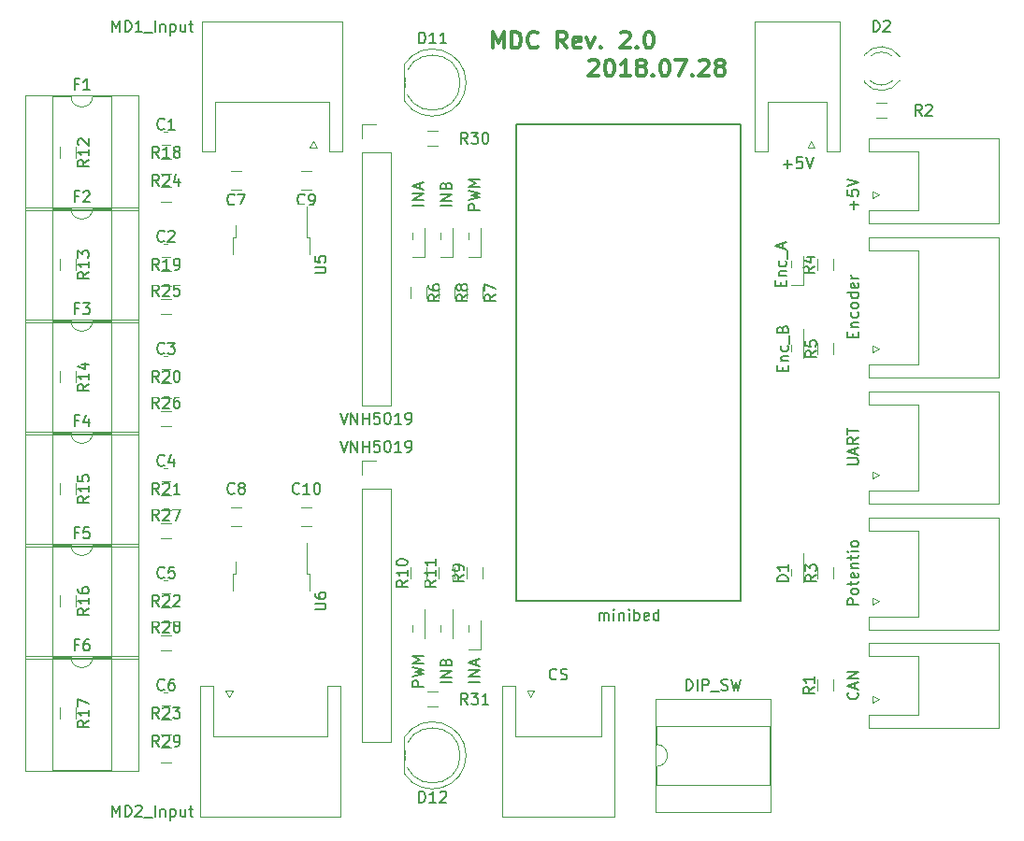
<source format=gto>
G04 #@! TF.GenerationSoftware,KiCad,Pcbnew,(5.0.0-3-g5ebb6b6)*
G04 #@! TF.CreationDate,2018-07-28T18:34:54+09:00*
G04 #@! TF.ProjectId,MD_Controller,4D445F436F6E74726F6C6C65722E6B69,rev?*
G04 #@! TF.SameCoordinates,Original*
G04 #@! TF.FileFunction,Legend,Top*
G04 #@! TF.FilePolarity,Positive*
%FSLAX46Y46*%
G04 Gerber Fmt 4.6, Leading zero omitted, Abs format (unit mm)*
G04 Created by KiCad (PCBNEW (5.0.0-3-g5ebb6b6)) date *
%MOMM*%
%LPD*%
G01*
G04 APERTURE LIST*
%ADD10C,0.300000*%
%ADD11C,0.120000*%
%ADD12C,0.150000*%
%ADD13C,3.600000*%
%ADD14C,2.600000*%
%ADD15R,1.600000X1.150000*%
%ADD16R,1.900000X1.650000*%
%ADD17R,2.200000X2.200000*%
%ADD18C,2.200000*%
%ADD19R,1.300000X1.600000*%
%ADD20R,2.000000X2.000000*%
%ADD21O,2.000000X2.000000*%
%ADD22R,2.100000X2.100000*%
%ADD23O,2.100000X2.100000*%
%ADD24C,1.924000*%
%ADD25R,1.600000X1.300000*%
%ADD26R,2.150000X2.150000*%
%ADD27C,2.150000*%
%ADD28R,1.600000X2.600000*%
%ADD29R,6.200000X6.800000*%
G04 APERTURE END LIST*
D10*
X171657142Y-61551428D02*
X171728571Y-61480000D01*
X171871428Y-61408571D01*
X172228571Y-61408571D01*
X172371428Y-61480000D01*
X172442857Y-61551428D01*
X172514285Y-61694285D01*
X172514285Y-61837142D01*
X172442857Y-62051428D01*
X171585714Y-62908571D01*
X172514285Y-62908571D01*
X173442857Y-61408571D02*
X173585714Y-61408571D01*
X173728571Y-61480000D01*
X173800000Y-61551428D01*
X173871428Y-61694285D01*
X173942857Y-61980000D01*
X173942857Y-62337142D01*
X173871428Y-62622857D01*
X173800000Y-62765714D01*
X173728571Y-62837142D01*
X173585714Y-62908571D01*
X173442857Y-62908571D01*
X173300000Y-62837142D01*
X173228571Y-62765714D01*
X173157142Y-62622857D01*
X173085714Y-62337142D01*
X173085714Y-61980000D01*
X173157142Y-61694285D01*
X173228571Y-61551428D01*
X173300000Y-61480000D01*
X173442857Y-61408571D01*
X175371428Y-62908571D02*
X174514285Y-62908571D01*
X174942857Y-62908571D02*
X174942857Y-61408571D01*
X174800000Y-61622857D01*
X174657142Y-61765714D01*
X174514285Y-61837142D01*
X176228571Y-62051428D02*
X176085714Y-61980000D01*
X176014285Y-61908571D01*
X175942857Y-61765714D01*
X175942857Y-61694285D01*
X176014285Y-61551428D01*
X176085714Y-61480000D01*
X176228571Y-61408571D01*
X176514285Y-61408571D01*
X176657142Y-61480000D01*
X176728571Y-61551428D01*
X176800000Y-61694285D01*
X176800000Y-61765714D01*
X176728571Y-61908571D01*
X176657142Y-61980000D01*
X176514285Y-62051428D01*
X176228571Y-62051428D01*
X176085714Y-62122857D01*
X176014285Y-62194285D01*
X175942857Y-62337142D01*
X175942857Y-62622857D01*
X176014285Y-62765714D01*
X176085714Y-62837142D01*
X176228571Y-62908571D01*
X176514285Y-62908571D01*
X176657142Y-62837142D01*
X176728571Y-62765714D01*
X176800000Y-62622857D01*
X176800000Y-62337142D01*
X176728571Y-62194285D01*
X176657142Y-62122857D01*
X176514285Y-62051428D01*
X177442857Y-62765714D02*
X177514285Y-62837142D01*
X177442857Y-62908571D01*
X177371428Y-62837142D01*
X177442857Y-62765714D01*
X177442857Y-62908571D01*
X178442857Y-61408571D02*
X178585714Y-61408571D01*
X178728571Y-61480000D01*
X178800000Y-61551428D01*
X178871428Y-61694285D01*
X178942857Y-61980000D01*
X178942857Y-62337142D01*
X178871428Y-62622857D01*
X178800000Y-62765714D01*
X178728571Y-62837142D01*
X178585714Y-62908571D01*
X178442857Y-62908571D01*
X178300000Y-62837142D01*
X178228571Y-62765714D01*
X178157142Y-62622857D01*
X178085714Y-62337142D01*
X178085714Y-61980000D01*
X178157142Y-61694285D01*
X178228571Y-61551428D01*
X178300000Y-61480000D01*
X178442857Y-61408571D01*
X179442857Y-61408571D02*
X180442857Y-61408571D01*
X179800000Y-62908571D01*
X181014285Y-62765714D02*
X181085714Y-62837142D01*
X181014285Y-62908571D01*
X180942857Y-62837142D01*
X181014285Y-62765714D01*
X181014285Y-62908571D01*
X181657142Y-61551428D02*
X181728571Y-61480000D01*
X181871428Y-61408571D01*
X182228571Y-61408571D01*
X182371428Y-61480000D01*
X182442857Y-61551428D01*
X182514285Y-61694285D01*
X182514285Y-61837142D01*
X182442857Y-62051428D01*
X181585714Y-62908571D01*
X182514285Y-62908571D01*
X183371428Y-62051428D02*
X183228571Y-61980000D01*
X183157142Y-61908571D01*
X183085714Y-61765714D01*
X183085714Y-61694285D01*
X183157142Y-61551428D01*
X183228571Y-61480000D01*
X183371428Y-61408571D01*
X183657142Y-61408571D01*
X183800000Y-61480000D01*
X183871428Y-61551428D01*
X183942857Y-61694285D01*
X183942857Y-61765714D01*
X183871428Y-61908571D01*
X183800000Y-61980000D01*
X183657142Y-62051428D01*
X183371428Y-62051428D01*
X183228571Y-62122857D01*
X183157142Y-62194285D01*
X183085714Y-62337142D01*
X183085714Y-62622857D01*
X183157142Y-62765714D01*
X183228571Y-62837142D01*
X183371428Y-62908571D01*
X183657142Y-62908571D01*
X183800000Y-62837142D01*
X183871428Y-62765714D01*
X183942857Y-62622857D01*
X183942857Y-62337142D01*
X183871428Y-62194285D01*
X183800000Y-62122857D01*
X183657142Y-62051428D01*
X162930000Y-60368571D02*
X162930000Y-58868571D01*
X163430000Y-59940000D01*
X163930000Y-58868571D01*
X163930000Y-60368571D01*
X164644285Y-60368571D02*
X164644285Y-58868571D01*
X165001428Y-58868571D01*
X165215714Y-58940000D01*
X165358571Y-59082857D01*
X165430000Y-59225714D01*
X165501428Y-59511428D01*
X165501428Y-59725714D01*
X165430000Y-60011428D01*
X165358571Y-60154285D01*
X165215714Y-60297142D01*
X165001428Y-60368571D01*
X164644285Y-60368571D01*
X167001428Y-60225714D02*
X166930000Y-60297142D01*
X166715714Y-60368571D01*
X166572857Y-60368571D01*
X166358571Y-60297142D01*
X166215714Y-60154285D01*
X166144285Y-60011428D01*
X166072857Y-59725714D01*
X166072857Y-59511428D01*
X166144285Y-59225714D01*
X166215714Y-59082857D01*
X166358571Y-58940000D01*
X166572857Y-58868571D01*
X166715714Y-58868571D01*
X166930000Y-58940000D01*
X167001428Y-59011428D01*
X169644285Y-60368571D02*
X169144285Y-59654285D01*
X168787142Y-60368571D02*
X168787142Y-58868571D01*
X169358571Y-58868571D01*
X169501428Y-58940000D01*
X169572857Y-59011428D01*
X169644285Y-59154285D01*
X169644285Y-59368571D01*
X169572857Y-59511428D01*
X169501428Y-59582857D01*
X169358571Y-59654285D01*
X168787142Y-59654285D01*
X170858571Y-60297142D02*
X170715714Y-60368571D01*
X170430000Y-60368571D01*
X170287142Y-60297142D01*
X170215714Y-60154285D01*
X170215714Y-59582857D01*
X170287142Y-59440000D01*
X170430000Y-59368571D01*
X170715714Y-59368571D01*
X170858571Y-59440000D01*
X170930000Y-59582857D01*
X170930000Y-59725714D01*
X170215714Y-59868571D01*
X171430000Y-59368571D02*
X171787142Y-60368571D01*
X172144285Y-59368571D01*
X172715714Y-60225714D02*
X172787142Y-60297142D01*
X172715714Y-60368571D01*
X172644285Y-60297142D01*
X172715714Y-60225714D01*
X172715714Y-60368571D01*
X174501428Y-59011428D02*
X174572857Y-58940000D01*
X174715714Y-58868571D01*
X175072857Y-58868571D01*
X175215714Y-58940000D01*
X175287142Y-59011428D01*
X175358571Y-59154285D01*
X175358571Y-59297142D01*
X175287142Y-59511428D01*
X174430000Y-60368571D01*
X175358571Y-60368571D01*
X176001428Y-60225714D02*
X176072857Y-60297142D01*
X176001428Y-60368571D01*
X175930000Y-60297142D01*
X176001428Y-60225714D01*
X176001428Y-60368571D01*
X177001428Y-58868571D02*
X177144285Y-58868571D01*
X177287142Y-58940000D01*
X177358571Y-59011428D01*
X177430000Y-59154285D01*
X177501428Y-59440000D01*
X177501428Y-59797142D01*
X177430000Y-60082857D01*
X177358571Y-60225714D01*
X177287142Y-60297142D01*
X177144285Y-60368571D01*
X177001428Y-60368571D01*
X176858571Y-60297142D01*
X176787142Y-60225714D01*
X176715714Y-60082857D01*
X176644285Y-59797142D01*
X176644285Y-59440000D01*
X176715714Y-59154285D01*
X176787142Y-59011428D01*
X176858571Y-58940000D01*
X177001428Y-58868571D01*
D11*
G04 #@! TO.C,C1*
X133700000Y-69180000D02*
X133000000Y-69180000D01*
X133000000Y-67980000D02*
X133700000Y-67980000D01*
G04 #@! TO.C,C2*
X133700000Y-79340000D02*
X133000000Y-79340000D01*
X133000000Y-78140000D02*
X133700000Y-78140000D01*
G04 #@! TO.C,C3*
X133700000Y-89500000D02*
X133000000Y-89500000D01*
X133000000Y-88300000D02*
X133700000Y-88300000D01*
G04 #@! TO.C,C4*
X133700000Y-99660000D02*
X133000000Y-99660000D01*
X133000000Y-98460000D02*
X133700000Y-98460000D01*
G04 #@! TO.C,C5*
X133700000Y-109820000D02*
X133000000Y-109820000D01*
X133000000Y-108620000D02*
X133700000Y-108620000D01*
G04 #@! TO.C,C6*
X133700000Y-119980000D02*
X133000000Y-119980000D01*
X133000000Y-118780000D02*
X133700000Y-118780000D01*
G04 #@! TO.C,C7*
X139200000Y-73240000D02*
X140200000Y-73240000D01*
X140200000Y-71540000D02*
X139200000Y-71540000D01*
G04 #@! TO.C,C8*
X139200000Y-103720000D02*
X140200000Y-103720000D01*
X140200000Y-102020000D02*
X139200000Y-102020000D01*
G04 #@! TO.C,C9*
X145550000Y-73240000D02*
X146550000Y-73240000D01*
X146550000Y-71540000D02*
X145550000Y-71540000D01*
G04 #@! TO.C,C10*
X145550000Y-103720000D02*
X146550000Y-103720000D01*
X146550000Y-102020000D02*
X145550000Y-102020000D01*
G04 #@! TO.C,D2*
X199792335Y-61151392D02*
G75*
G03X196560000Y-60994484I-1672335J-1078608D01*
G01*
X199792335Y-63308608D02*
G75*
G02X196560000Y-63465516I-1672335J1078608D01*
G01*
X199161130Y-61150163D02*
G75*
G03X197079039Y-61150000I-1041130J-1079837D01*
G01*
X199161130Y-63309837D02*
G75*
G02X197079039Y-63310000I-1041130J1079837D01*
G01*
X196560000Y-60994000D02*
X196560000Y-61150000D01*
X196560000Y-63310000D02*
X196560000Y-63466000D01*
G04 #@! TO.C,Enc_A*
X189950000Y-81810000D02*
X191050000Y-81810000D01*
X191050000Y-81810000D02*
X191050000Y-79210000D01*
X189950000Y-81810000D02*
X189950000Y-79210000D01*
G04 #@! TO.C,Enc_B*
X191050000Y-85830000D02*
X189950000Y-85830000D01*
X189950000Y-85830000D02*
X189950000Y-88430000D01*
X191050000Y-85830000D02*
X191050000Y-88430000D01*
G04 #@! TO.C,INA*
X155660000Y-79270000D02*
X156760000Y-79270000D01*
X156760000Y-79270000D02*
X156760000Y-76670000D01*
X155660000Y-79270000D02*
X155660000Y-76670000D01*
G04 #@! TO.C,PWM*
X160740000Y-79270000D02*
X161840000Y-79270000D01*
X161840000Y-79270000D02*
X161840000Y-76670000D01*
X160740000Y-79270000D02*
X160740000Y-76670000D01*
G04 #@! TO.C,INB*
X158200000Y-79270000D02*
X159300000Y-79270000D01*
X159300000Y-79270000D02*
X159300000Y-76670000D01*
X158200000Y-79270000D02*
X158200000Y-76670000D01*
G04 #@! TO.C,INA*
X160740000Y-114830000D02*
X161840000Y-114830000D01*
X161840000Y-114830000D02*
X161840000Y-112230000D01*
X160740000Y-114830000D02*
X160740000Y-112230000D01*
G04 #@! TO.C,PWM*
X156760000Y-111230000D02*
X155660000Y-111230000D01*
X155660000Y-111230000D02*
X155660000Y-113830000D01*
X156760000Y-111230000D02*
X156760000Y-113830000D01*
G04 #@! TO.C,INB*
X159300000Y-111230000D02*
X158200000Y-111230000D01*
X158200000Y-111230000D02*
X158200000Y-113830000D01*
X159300000Y-111230000D02*
X159300000Y-113830000D01*
G04 #@! TO.C,D11*
X160519999Y-63501958D02*
G75*
G03X154920000Y-61860488I-3039999J1958D01*
G01*
X160519999Y-63498042D02*
G75*
G02X154920000Y-65139512I-3039999J-1958D01*
G01*
X159980000Y-63500000D02*
G75*
G03X159980000Y-63500000I-2500000J0D01*
G01*
X154920000Y-61860000D02*
X154920000Y-65140000D01*
G04 #@! TO.C,D12*
X160519999Y-124461958D02*
G75*
G03X154920000Y-122820488I-3039999J1958D01*
G01*
X160519999Y-124458042D02*
G75*
G02X154920000Y-126099512I-3039999J-1958D01*
G01*
X159980000Y-124460000D02*
G75*
G03X159980000Y-124460000I-2500000J0D01*
G01*
X154920000Y-122820000D02*
X154920000Y-126100000D01*
G04 #@! TO.C,F1*
X126730000Y-64710000D02*
G75*
G02X124730000Y-64710000I-1000000J0D01*
G01*
X124730000Y-64710000D02*
X123080000Y-64710000D01*
X123080000Y-64710000D02*
X123080000Y-74990000D01*
X123080000Y-74990000D02*
X128380000Y-74990000D01*
X128380000Y-74990000D02*
X128380000Y-64710000D01*
X128380000Y-64710000D02*
X126730000Y-64710000D01*
X120590000Y-64650000D02*
X120590000Y-75050000D01*
X120590000Y-75050000D02*
X130870000Y-75050000D01*
X130870000Y-75050000D02*
X130870000Y-64650000D01*
X130870000Y-64650000D02*
X120590000Y-64650000D01*
G04 #@! TO.C,F2*
X126730000Y-74870000D02*
G75*
G02X124730000Y-74870000I-1000000J0D01*
G01*
X124730000Y-74870000D02*
X123080000Y-74870000D01*
X123080000Y-74870000D02*
X123080000Y-85150000D01*
X123080000Y-85150000D02*
X128380000Y-85150000D01*
X128380000Y-85150000D02*
X128380000Y-74870000D01*
X128380000Y-74870000D02*
X126730000Y-74870000D01*
X120590000Y-74810000D02*
X120590000Y-85210000D01*
X120590000Y-85210000D02*
X130870000Y-85210000D01*
X130870000Y-85210000D02*
X130870000Y-74810000D01*
X130870000Y-74810000D02*
X120590000Y-74810000D01*
G04 #@! TO.C,F3*
X126730000Y-85030000D02*
G75*
G02X124730000Y-85030000I-1000000J0D01*
G01*
X124730000Y-85030000D02*
X123080000Y-85030000D01*
X123080000Y-85030000D02*
X123080000Y-95310000D01*
X123080000Y-95310000D02*
X128380000Y-95310000D01*
X128380000Y-95310000D02*
X128380000Y-85030000D01*
X128380000Y-85030000D02*
X126730000Y-85030000D01*
X120590000Y-84970000D02*
X120590000Y-95370000D01*
X120590000Y-95370000D02*
X130870000Y-95370000D01*
X130870000Y-95370000D02*
X130870000Y-84970000D01*
X130870000Y-84970000D02*
X120590000Y-84970000D01*
G04 #@! TO.C,F4*
X126730000Y-95190000D02*
G75*
G02X124730000Y-95190000I-1000000J0D01*
G01*
X124730000Y-95190000D02*
X123080000Y-95190000D01*
X123080000Y-95190000D02*
X123080000Y-105470000D01*
X123080000Y-105470000D02*
X128380000Y-105470000D01*
X128380000Y-105470000D02*
X128380000Y-95190000D01*
X128380000Y-95190000D02*
X126730000Y-95190000D01*
X120590000Y-95130000D02*
X120590000Y-105530000D01*
X120590000Y-105530000D02*
X130870000Y-105530000D01*
X130870000Y-105530000D02*
X130870000Y-95130000D01*
X130870000Y-95130000D02*
X120590000Y-95130000D01*
G04 #@! TO.C,F5*
X126730000Y-105350000D02*
G75*
G02X124730000Y-105350000I-1000000J0D01*
G01*
X124730000Y-105350000D02*
X123080000Y-105350000D01*
X123080000Y-105350000D02*
X123080000Y-115630000D01*
X123080000Y-115630000D02*
X128380000Y-115630000D01*
X128380000Y-115630000D02*
X128380000Y-105350000D01*
X128380000Y-105350000D02*
X126730000Y-105350000D01*
X120590000Y-105290000D02*
X120590000Y-115690000D01*
X120590000Y-115690000D02*
X130870000Y-115690000D01*
X130870000Y-115690000D02*
X130870000Y-105290000D01*
X130870000Y-105290000D02*
X120590000Y-105290000D01*
G04 #@! TO.C,F6*
X126730000Y-115510000D02*
G75*
G02X124730000Y-115510000I-1000000J0D01*
G01*
X124730000Y-115510000D02*
X123080000Y-115510000D01*
X123080000Y-115510000D02*
X123080000Y-125790000D01*
X123080000Y-125790000D02*
X128380000Y-125790000D01*
X128380000Y-125790000D02*
X128380000Y-115510000D01*
X128380000Y-115510000D02*
X126730000Y-115510000D01*
X120590000Y-115450000D02*
X120590000Y-125850000D01*
X120590000Y-125850000D02*
X130870000Y-125850000D01*
X130870000Y-125850000D02*
X130870000Y-115450000D01*
X130870000Y-115450000D02*
X120590000Y-115450000D01*
G04 #@! TO.C,VNH5019*
X151070000Y-92770000D02*
X153730000Y-92770000D01*
X151070000Y-69850000D02*
X151070000Y-92770000D01*
X153730000Y-69850000D02*
X153730000Y-92770000D01*
X151070000Y-69850000D02*
X153730000Y-69850000D01*
X151070000Y-68580000D02*
X151070000Y-67250000D01*
X151070000Y-67250000D02*
X152400000Y-67250000D01*
X151070000Y-123250000D02*
X153730000Y-123250000D01*
X151070000Y-100330000D02*
X151070000Y-123250000D01*
X153730000Y-100330000D02*
X153730000Y-123250000D01*
X151070000Y-100330000D02*
X153730000Y-100330000D01*
X151070000Y-99060000D02*
X151070000Y-97730000D01*
X151070000Y-97730000D02*
X152400000Y-97730000D01*
D12*
G04 #@! TO.C,minibed*
X185420000Y-110490000D02*
X165100000Y-110490000D01*
X165100000Y-67310000D02*
X185420000Y-67310000D01*
X185420000Y-67310000D02*
X185420000Y-110490000D01*
X165100000Y-110490000D02*
X165100000Y-67310000D01*
D11*
G04 #@! TO.C,R1*
X193720000Y-117610000D02*
X193720000Y-118610000D01*
X192360000Y-118610000D02*
X192360000Y-117610000D01*
G04 #@! TO.C,R2*
X197620000Y-65360000D02*
X198620000Y-65360000D01*
X198620000Y-66720000D02*
X197620000Y-66720000D01*
G04 #@! TO.C,R3*
X192360000Y-108450000D02*
X192360000Y-107450000D01*
X193720000Y-107450000D02*
X193720000Y-108450000D01*
G04 #@! TO.C,R4*
X193720000Y-79510000D02*
X193720000Y-80510000D01*
X192360000Y-80510000D02*
X192360000Y-79510000D01*
G04 #@! TO.C,R5*
X192360000Y-88130000D02*
X192360000Y-87130000D01*
X193720000Y-87130000D02*
X193720000Y-88130000D01*
G04 #@! TO.C,R6*
X155530000Y-83050000D02*
X155530000Y-82050000D01*
X156890000Y-82050000D02*
X156890000Y-83050000D01*
G04 #@! TO.C,R7*
X160610000Y-83050000D02*
X160610000Y-82050000D01*
X161970000Y-82050000D02*
X161970000Y-83050000D01*
G04 #@! TO.C,R8*
X158070000Y-83050000D02*
X158070000Y-82050000D01*
X159430000Y-82050000D02*
X159430000Y-83050000D01*
G04 #@! TO.C,R9*
X161970000Y-107450000D02*
X161970000Y-108450000D01*
X160610000Y-108450000D02*
X160610000Y-107450000D01*
G04 #@! TO.C,R10*
X156890000Y-107450000D02*
X156890000Y-108450000D01*
X155530000Y-108450000D02*
X155530000Y-107450000D01*
G04 #@! TO.C,R11*
X159430000Y-107450000D02*
X159430000Y-108450000D01*
X158070000Y-108450000D02*
X158070000Y-107450000D01*
G04 #@! TO.C,R12*
X123780000Y-70350000D02*
X123780000Y-69350000D01*
X125140000Y-69350000D02*
X125140000Y-70350000D01*
G04 #@! TO.C,R13*
X123780000Y-80510000D02*
X123780000Y-79510000D01*
X125140000Y-79510000D02*
X125140000Y-80510000D01*
G04 #@! TO.C,R14*
X123780000Y-90670000D02*
X123780000Y-89670000D01*
X125140000Y-89670000D02*
X125140000Y-90670000D01*
G04 #@! TO.C,R15*
X123780000Y-100830000D02*
X123780000Y-99830000D01*
X125140000Y-99830000D02*
X125140000Y-100830000D01*
G04 #@! TO.C,R16*
X123780000Y-110990000D02*
X123780000Y-109990000D01*
X125140000Y-109990000D02*
X125140000Y-110990000D01*
G04 #@! TO.C,R17*
X123780000Y-121150000D02*
X123780000Y-120150000D01*
X125140000Y-120150000D02*
X125140000Y-121150000D01*
G04 #@! TO.C,R18*
X132850000Y-70440000D02*
X133850000Y-70440000D01*
X133850000Y-71800000D02*
X132850000Y-71800000D01*
G04 #@! TO.C,R19*
X132850000Y-80600000D02*
X133850000Y-80600000D01*
X133850000Y-81960000D02*
X132850000Y-81960000D01*
G04 #@! TO.C,R20*
X132850000Y-90760000D02*
X133850000Y-90760000D01*
X133850000Y-92120000D02*
X132850000Y-92120000D01*
G04 #@! TO.C,R21*
X132850000Y-100920000D02*
X133850000Y-100920000D01*
X133850000Y-102280000D02*
X132850000Y-102280000D01*
G04 #@! TO.C,R22*
X132850000Y-111080000D02*
X133850000Y-111080000D01*
X133850000Y-112440000D02*
X132850000Y-112440000D01*
G04 #@! TO.C,R23*
X132850000Y-121240000D02*
X133850000Y-121240000D01*
X133850000Y-122600000D02*
X132850000Y-122600000D01*
G04 #@! TO.C,R24*
X133850000Y-74340000D02*
X132850000Y-74340000D01*
X132850000Y-72980000D02*
X133850000Y-72980000D01*
G04 #@! TO.C,R25*
X133850000Y-84500000D02*
X132850000Y-84500000D01*
X132850000Y-83140000D02*
X133850000Y-83140000D01*
G04 #@! TO.C,R26*
X133850000Y-94660000D02*
X132850000Y-94660000D01*
X132850000Y-93300000D02*
X133850000Y-93300000D01*
G04 #@! TO.C,R27*
X133850000Y-104820000D02*
X132850000Y-104820000D01*
X132850000Y-103460000D02*
X133850000Y-103460000D01*
G04 #@! TO.C,R28*
X133850000Y-114980000D02*
X132850000Y-114980000D01*
X132850000Y-113620000D02*
X133850000Y-113620000D01*
G04 #@! TO.C,R29*
X133850000Y-125140000D02*
X132850000Y-125140000D01*
X132850000Y-123780000D02*
X133850000Y-123780000D01*
G04 #@! TO.C,R30*
X156980000Y-67900000D02*
X157980000Y-67900000D01*
X157980000Y-69260000D02*
X156980000Y-69260000D01*
G04 #@! TO.C,R31*
X156980000Y-118700000D02*
X157980000Y-118700000D01*
X157980000Y-120060000D02*
X156980000Y-120060000D01*
G04 #@! TO.C,+5V*
X208740000Y-72410000D02*
X208740000Y-76260000D01*
X208740000Y-76260000D02*
X196940000Y-76260000D01*
X196940000Y-76260000D02*
X196940000Y-75060000D01*
X196940000Y-75060000D02*
X201440000Y-75060000D01*
X201440000Y-75060000D02*
X201440000Y-72410000D01*
X208740000Y-72410000D02*
X208740000Y-68560000D01*
X208740000Y-68560000D02*
X196940000Y-68560000D01*
X196940000Y-68560000D02*
X196940000Y-69760000D01*
X196940000Y-69760000D02*
X201440000Y-69760000D01*
X201440000Y-69760000D02*
X201440000Y-72410000D01*
X197890000Y-73660000D02*
X197290000Y-73960000D01*
X197290000Y-73960000D02*
X197290000Y-73360000D01*
X197290000Y-73360000D02*
X197890000Y-73660000D01*
G04 #@! TO.C,CAN*
X208740000Y-118130000D02*
X208740000Y-121980000D01*
X208740000Y-121980000D02*
X196940000Y-121980000D01*
X196940000Y-121980000D02*
X196940000Y-120780000D01*
X196940000Y-120780000D02*
X201440000Y-120780000D01*
X201440000Y-120780000D02*
X201440000Y-118130000D01*
X208740000Y-118130000D02*
X208740000Y-114280000D01*
X208740000Y-114280000D02*
X196940000Y-114280000D01*
X196940000Y-114280000D02*
X196940000Y-115480000D01*
X196940000Y-115480000D02*
X201440000Y-115480000D01*
X201440000Y-115480000D02*
X201440000Y-118130000D01*
X197890000Y-119380000D02*
X197290000Y-119680000D01*
X197290000Y-119680000D02*
X197290000Y-119080000D01*
X197290000Y-119080000D02*
X197890000Y-119380000D01*
G04 #@! TO.C,Potentio*
X208740000Y-107990000D02*
X208740000Y-113090000D01*
X208740000Y-113090000D02*
X196940000Y-113090000D01*
X196940000Y-113090000D02*
X196940000Y-111890000D01*
X196940000Y-111890000D02*
X201440000Y-111890000D01*
X201440000Y-111890000D02*
X201440000Y-107990000D01*
X208740000Y-107990000D02*
X208740000Y-102890000D01*
X208740000Y-102890000D02*
X196940000Y-102890000D01*
X196940000Y-102890000D02*
X196940000Y-104090000D01*
X196940000Y-104090000D02*
X201440000Y-104090000D01*
X201440000Y-104090000D02*
X201440000Y-107990000D01*
X197890000Y-110490000D02*
X197290000Y-110790000D01*
X197290000Y-110790000D02*
X197290000Y-110190000D01*
X197290000Y-110190000D02*
X197890000Y-110490000D01*
G04 #@! TO.C,Encoder*
X208740000Y-83880000D02*
X208740000Y-90230000D01*
X208740000Y-90230000D02*
X196940000Y-90230000D01*
X196940000Y-90230000D02*
X196940000Y-89030000D01*
X196940000Y-89030000D02*
X201440000Y-89030000D01*
X201440000Y-89030000D02*
X201440000Y-83880000D01*
X208740000Y-83880000D02*
X208740000Y-77530000D01*
X208740000Y-77530000D02*
X196940000Y-77530000D01*
X196940000Y-77530000D02*
X196940000Y-78730000D01*
X196940000Y-78730000D02*
X201440000Y-78730000D01*
X201440000Y-78730000D02*
X201440000Y-83880000D01*
X197890000Y-87630000D02*
X197290000Y-87930000D01*
X197290000Y-87930000D02*
X197290000Y-87330000D01*
X197290000Y-87330000D02*
X197890000Y-87630000D01*
G04 #@! TO.C,U5*
X146325000Y-79040000D02*
X146325000Y-77540000D01*
X146325000Y-77540000D02*
X146055000Y-77540000D01*
X146055000Y-77540000D02*
X146055000Y-74710000D01*
X139425000Y-79040000D02*
X139425000Y-77540000D01*
X139425000Y-77540000D02*
X139695000Y-77540000D01*
X139695000Y-77540000D02*
X139695000Y-76440000D01*
G04 #@! TO.C,U6*
X146325000Y-109520000D02*
X146325000Y-108020000D01*
X146325000Y-108020000D02*
X146055000Y-108020000D01*
X146055000Y-108020000D02*
X146055000Y-105190000D01*
X139425000Y-109520000D02*
X139425000Y-108020000D01*
X139425000Y-108020000D02*
X139695000Y-108020000D01*
X139695000Y-108020000D02*
X139695000Y-106920000D01*
G04 #@! TO.C,DIP_SW*
X177740000Y-123460000D02*
G75*
G02X177740000Y-125460000I0J-1000000D01*
G01*
X177740000Y-125460000D02*
X177740000Y-127110000D01*
X177740000Y-127110000D02*
X188020000Y-127110000D01*
X188020000Y-127110000D02*
X188020000Y-121810000D01*
X188020000Y-121810000D02*
X177740000Y-121810000D01*
X177740000Y-121810000D02*
X177740000Y-123460000D01*
X177680000Y-129600000D02*
X188080000Y-129600000D01*
X188080000Y-129600000D02*
X188080000Y-119320000D01*
X188080000Y-119320000D02*
X177680000Y-119320000D01*
X177680000Y-119320000D02*
X177680000Y-129600000D01*
G04 #@! TO.C,+5V*
X190520000Y-57960000D02*
X194370000Y-57960000D01*
X194370000Y-57960000D02*
X194370000Y-69760000D01*
X194370000Y-69760000D02*
X193170000Y-69760000D01*
X193170000Y-69760000D02*
X193170000Y-65260000D01*
X193170000Y-65260000D02*
X190520000Y-65260000D01*
X190520000Y-57960000D02*
X186670000Y-57960000D01*
X186670000Y-57960000D02*
X186670000Y-69760000D01*
X186670000Y-69760000D02*
X187870000Y-69760000D01*
X187870000Y-69760000D02*
X187870000Y-65260000D01*
X187870000Y-65260000D02*
X190520000Y-65260000D01*
X191770000Y-68810000D02*
X192070000Y-69410000D01*
X192070000Y-69410000D02*
X191470000Y-69410000D01*
X191470000Y-69410000D02*
X191770000Y-68810000D01*
G04 #@! TO.C,MD1_Input*
X142935000Y-57960000D02*
X149285000Y-57960000D01*
X149285000Y-57960000D02*
X149285000Y-69760000D01*
X149285000Y-69760000D02*
X148085000Y-69760000D01*
X148085000Y-69760000D02*
X148085000Y-65260000D01*
X148085000Y-65260000D02*
X142935000Y-65260000D01*
X142935000Y-57960000D02*
X136585000Y-57960000D01*
X136585000Y-57960000D02*
X136585000Y-69760000D01*
X136585000Y-69760000D02*
X137785000Y-69760000D01*
X137785000Y-69760000D02*
X137785000Y-65260000D01*
X137785000Y-65260000D02*
X142935000Y-65260000D01*
X146685000Y-68810000D02*
X146985000Y-69410000D01*
X146985000Y-69410000D02*
X146385000Y-69410000D01*
X146385000Y-69410000D02*
X146685000Y-68810000D01*
G04 #@! TO.C,MD2_Input*
X142815000Y-130000000D02*
X136465000Y-130000000D01*
X136465000Y-130000000D02*
X136465000Y-118200000D01*
X136465000Y-118200000D02*
X137665000Y-118200000D01*
X137665000Y-118200000D02*
X137665000Y-122700000D01*
X137665000Y-122700000D02*
X142815000Y-122700000D01*
X142815000Y-130000000D02*
X149165000Y-130000000D01*
X149165000Y-130000000D02*
X149165000Y-118200000D01*
X149165000Y-118200000D02*
X147965000Y-118200000D01*
X147965000Y-118200000D02*
X147965000Y-122700000D01*
X147965000Y-122700000D02*
X142815000Y-122700000D01*
X139065000Y-119150000D02*
X138765000Y-118550000D01*
X138765000Y-118550000D02*
X139365000Y-118550000D01*
X139365000Y-118550000D02*
X139065000Y-119150000D01*
G04 #@! TO.C,UART*
X208740000Y-96560000D02*
X208740000Y-101660000D01*
X208740000Y-101660000D02*
X196940000Y-101660000D01*
X196940000Y-101660000D02*
X196940000Y-100460000D01*
X196940000Y-100460000D02*
X201440000Y-100460000D01*
X201440000Y-100460000D02*
X201440000Y-96560000D01*
X208740000Y-96560000D02*
X208740000Y-91460000D01*
X208740000Y-91460000D02*
X196940000Y-91460000D01*
X196940000Y-91460000D02*
X196940000Y-92660000D01*
X196940000Y-92660000D02*
X201440000Y-92660000D01*
X201440000Y-92660000D02*
X201440000Y-96560000D01*
X197890000Y-99060000D02*
X197290000Y-99360000D01*
X197290000Y-99360000D02*
X197290000Y-98760000D01*
X197290000Y-98760000D02*
X197890000Y-99060000D01*
G04 #@! TO.C,D1*
X191050000Y-106150000D02*
X189950000Y-106150000D01*
X189950000Y-106150000D02*
X189950000Y-108750000D01*
X191050000Y-106150000D02*
X191050000Y-108750000D01*
G04 #@! TO.C,CS*
X168870000Y-130000000D02*
X163770000Y-130000000D01*
X163770000Y-130000000D02*
X163770000Y-118200000D01*
X163770000Y-118200000D02*
X164970000Y-118200000D01*
X164970000Y-118200000D02*
X164970000Y-122700000D01*
X164970000Y-122700000D02*
X168870000Y-122700000D01*
X168870000Y-130000000D02*
X173970000Y-130000000D01*
X173970000Y-130000000D02*
X173970000Y-118200000D01*
X173970000Y-118200000D02*
X172770000Y-118200000D01*
X172770000Y-118200000D02*
X172770000Y-122700000D01*
X172770000Y-122700000D02*
X168870000Y-122700000D01*
X166370000Y-119150000D02*
X166070000Y-118550000D01*
X166070000Y-118550000D02*
X166670000Y-118550000D01*
X166670000Y-118550000D02*
X166370000Y-119150000D01*
G04 #@! TO.C,*
D12*
G04 #@! TO.C,C1*
X133183333Y-67667142D02*
X133135714Y-67714761D01*
X132992857Y-67762380D01*
X132897619Y-67762380D01*
X132754761Y-67714761D01*
X132659523Y-67619523D01*
X132611904Y-67524285D01*
X132564285Y-67333809D01*
X132564285Y-67190952D01*
X132611904Y-67000476D01*
X132659523Y-66905238D01*
X132754761Y-66810000D01*
X132897619Y-66762380D01*
X132992857Y-66762380D01*
X133135714Y-66810000D01*
X133183333Y-66857619D01*
X134135714Y-67762380D02*
X133564285Y-67762380D01*
X133850000Y-67762380D02*
X133850000Y-66762380D01*
X133754761Y-66905238D01*
X133659523Y-67000476D01*
X133564285Y-67048095D01*
G04 #@! TO.C,C2*
X133183333Y-77827142D02*
X133135714Y-77874761D01*
X132992857Y-77922380D01*
X132897619Y-77922380D01*
X132754761Y-77874761D01*
X132659523Y-77779523D01*
X132611904Y-77684285D01*
X132564285Y-77493809D01*
X132564285Y-77350952D01*
X132611904Y-77160476D01*
X132659523Y-77065238D01*
X132754761Y-76970000D01*
X132897619Y-76922380D01*
X132992857Y-76922380D01*
X133135714Y-76970000D01*
X133183333Y-77017619D01*
X133564285Y-77017619D02*
X133611904Y-76970000D01*
X133707142Y-76922380D01*
X133945238Y-76922380D01*
X134040476Y-76970000D01*
X134088095Y-77017619D01*
X134135714Y-77112857D01*
X134135714Y-77208095D01*
X134088095Y-77350952D01*
X133516666Y-77922380D01*
X134135714Y-77922380D01*
G04 #@! TO.C,C3*
X133183333Y-87987142D02*
X133135714Y-88034761D01*
X132992857Y-88082380D01*
X132897619Y-88082380D01*
X132754761Y-88034761D01*
X132659523Y-87939523D01*
X132611904Y-87844285D01*
X132564285Y-87653809D01*
X132564285Y-87510952D01*
X132611904Y-87320476D01*
X132659523Y-87225238D01*
X132754761Y-87130000D01*
X132897619Y-87082380D01*
X132992857Y-87082380D01*
X133135714Y-87130000D01*
X133183333Y-87177619D01*
X133516666Y-87082380D02*
X134135714Y-87082380D01*
X133802380Y-87463333D01*
X133945238Y-87463333D01*
X134040476Y-87510952D01*
X134088095Y-87558571D01*
X134135714Y-87653809D01*
X134135714Y-87891904D01*
X134088095Y-87987142D01*
X134040476Y-88034761D01*
X133945238Y-88082380D01*
X133659523Y-88082380D01*
X133564285Y-88034761D01*
X133516666Y-87987142D01*
G04 #@! TO.C,C4*
X133183333Y-98147142D02*
X133135714Y-98194761D01*
X132992857Y-98242380D01*
X132897619Y-98242380D01*
X132754761Y-98194761D01*
X132659523Y-98099523D01*
X132611904Y-98004285D01*
X132564285Y-97813809D01*
X132564285Y-97670952D01*
X132611904Y-97480476D01*
X132659523Y-97385238D01*
X132754761Y-97290000D01*
X132897619Y-97242380D01*
X132992857Y-97242380D01*
X133135714Y-97290000D01*
X133183333Y-97337619D01*
X134040476Y-97575714D02*
X134040476Y-98242380D01*
X133802380Y-97194761D02*
X133564285Y-97909047D01*
X134183333Y-97909047D01*
G04 #@! TO.C,C5*
X133183333Y-108307142D02*
X133135714Y-108354761D01*
X132992857Y-108402380D01*
X132897619Y-108402380D01*
X132754761Y-108354761D01*
X132659523Y-108259523D01*
X132611904Y-108164285D01*
X132564285Y-107973809D01*
X132564285Y-107830952D01*
X132611904Y-107640476D01*
X132659523Y-107545238D01*
X132754761Y-107450000D01*
X132897619Y-107402380D01*
X132992857Y-107402380D01*
X133135714Y-107450000D01*
X133183333Y-107497619D01*
X134088095Y-107402380D02*
X133611904Y-107402380D01*
X133564285Y-107878571D01*
X133611904Y-107830952D01*
X133707142Y-107783333D01*
X133945238Y-107783333D01*
X134040476Y-107830952D01*
X134088095Y-107878571D01*
X134135714Y-107973809D01*
X134135714Y-108211904D01*
X134088095Y-108307142D01*
X134040476Y-108354761D01*
X133945238Y-108402380D01*
X133707142Y-108402380D01*
X133611904Y-108354761D01*
X133564285Y-108307142D01*
G04 #@! TO.C,C6*
X133183333Y-118467142D02*
X133135714Y-118514761D01*
X132992857Y-118562380D01*
X132897619Y-118562380D01*
X132754761Y-118514761D01*
X132659523Y-118419523D01*
X132611904Y-118324285D01*
X132564285Y-118133809D01*
X132564285Y-117990952D01*
X132611904Y-117800476D01*
X132659523Y-117705238D01*
X132754761Y-117610000D01*
X132897619Y-117562380D01*
X132992857Y-117562380D01*
X133135714Y-117610000D01*
X133183333Y-117657619D01*
X134040476Y-117562380D02*
X133850000Y-117562380D01*
X133754761Y-117610000D01*
X133707142Y-117657619D01*
X133611904Y-117800476D01*
X133564285Y-117990952D01*
X133564285Y-118371904D01*
X133611904Y-118467142D01*
X133659523Y-118514761D01*
X133754761Y-118562380D01*
X133945238Y-118562380D01*
X134040476Y-118514761D01*
X134088095Y-118467142D01*
X134135714Y-118371904D01*
X134135714Y-118133809D01*
X134088095Y-118038571D01*
X134040476Y-117990952D01*
X133945238Y-117943333D01*
X133754761Y-117943333D01*
X133659523Y-117990952D01*
X133611904Y-118038571D01*
X133564285Y-118133809D01*
G04 #@! TO.C,C7*
X139533333Y-74497142D02*
X139485714Y-74544761D01*
X139342857Y-74592380D01*
X139247619Y-74592380D01*
X139104761Y-74544761D01*
X139009523Y-74449523D01*
X138961904Y-74354285D01*
X138914285Y-74163809D01*
X138914285Y-74020952D01*
X138961904Y-73830476D01*
X139009523Y-73735238D01*
X139104761Y-73640000D01*
X139247619Y-73592380D01*
X139342857Y-73592380D01*
X139485714Y-73640000D01*
X139533333Y-73687619D01*
X139866666Y-73592380D02*
X140533333Y-73592380D01*
X140104761Y-74592380D01*
G04 #@! TO.C,C8*
X139533333Y-100687142D02*
X139485714Y-100734761D01*
X139342857Y-100782380D01*
X139247619Y-100782380D01*
X139104761Y-100734761D01*
X139009523Y-100639523D01*
X138961904Y-100544285D01*
X138914285Y-100353809D01*
X138914285Y-100210952D01*
X138961904Y-100020476D01*
X139009523Y-99925238D01*
X139104761Y-99830000D01*
X139247619Y-99782380D01*
X139342857Y-99782380D01*
X139485714Y-99830000D01*
X139533333Y-99877619D01*
X140104761Y-100210952D02*
X140009523Y-100163333D01*
X139961904Y-100115714D01*
X139914285Y-100020476D01*
X139914285Y-99972857D01*
X139961904Y-99877619D01*
X140009523Y-99830000D01*
X140104761Y-99782380D01*
X140295238Y-99782380D01*
X140390476Y-99830000D01*
X140438095Y-99877619D01*
X140485714Y-99972857D01*
X140485714Y-100020476D01*
X140438095Y-100115714D01*
X140390476Y-100163333D01*
X140295238Y-100210952D01*
X140104761Y-100210952D01*
X140009523Y-100258571D01*
X139961904Y-100306190D01*
X139914285Y-100401428D01*
X139914285Y-100591904D01*
X139961904Y-100687142D01*
X140009523Y-100734761D01*
X140104761Y-100782380D01*
X140295238Y-100782380D01*
X140390476Y-100734761D01*
X140438095Y-100687142D01*
X140485714Y-100591904D01*
X140485714Y-100401428D01*
X140438095Y-100306190D01*
X140390476Y-100258571D01*
X140295238Y-100210952D01*
G04 #@! TO.C,C9*
X145883333Y-74497142D02*
X145835714Y-74544761D01*
X145692857Y-74592380D01*
X145597619Y-74592380D01*
X145454761Y-74544761D01*
X145359523Y-74449523D01*
X145311904Y-74354285D01*
X145264285Y-74163809D01*
X145264285Y-74020952D01*
X145311904Y-73830476D01*
X145359523Y-73735238D01*
X145454761Y-73640000D01*
X145597619Y-73592380D01*
X145692857Y-73592380D01*
X145835714Y-73640000D01*
X145883333Y-73687619D01*
X146359523Y-74592380D02*
X146550000Y-74592380D01*
X146645238Y-74544761D01*
X146692857Y-74497142D01*
X146788095Y-74354285D01*
X146835714Y-74163809D01*
X146835714Y-73782857D01*
X146788095Y-73687619D01*
X146740476Y-73640000D01*
X146645238Y-73592380D01*
X146454761Y-73592380D01*
X146359523Y-73640000D01*
X146311904Y-73687619D01*
X146264285Y-73782857D01*
X146264285Y-74020952D01*
X146311904Y-74116190D01*
X146359523Y-74163809D01*
X146454761Y-74211428D01*
X146645238Y-74211428D01*
X146740476Y-74163809D01*
X146788095Y-74116190D01*
X146835714Y-74020952D01*
G04 #@! TO.C,C10*
X145407142Y-100687142D02*
X145359523Y-100734761D01*
X145216666Y-100782380D01*
X145121428Y-100782380D01*
X144978571Y-100734761D01*
X144883333Y-100639523D01*
X144835714Y-100544285D01*
X144788095Y-100353809D01*
X144788095Y-100210952D01*
X144835714Y-100020476D01*
X144883333Y-99925238D01*
X144978571Y-99830000D01*
X145121428Y-99782380D01*
X145216666Y-99782380D01*
X145359523Y-99830000D01*
X145407142Y-99877619D01*
X146359523Y-100782380D02*
X145788095Y-100782380D01*
X146073809Y-100782380D02*
X146073809Y-99782380D01*
X145978571Y-99925238D01*
X145883333Y-100020476D01*
X145788095Y-100068095D01*
X146978571Y-99782380D02*
X147073809Y-99782380D01*
X147169047Y-99830000D01*
X147216666Y-99877619D01*
X147264285Y-99972857D01*
X147311904Y-100163333D01*
X147311904Y-100401428D01*
X147264285Y-100591904D01*
X147216666Y-100687142D01*
X147169047Y-100734761D01*
X147073809Y-100782380D01*
X146978571Y-100782380D01*
X146883333Y-100734761D01*
X146835714Y-100687142D01*
X146788095Y-100591904D01*
X146740476Y-100401428D01*
X146740476Y-100163333D01*
X146788095Y-99972857D01*
X146835714Y-99877619D01*
X146883333Y-99830000D01*
X146978571Y-99782380D01*
G04 #@! TO.C,D2*
X197381904Y-58872380D02*
X197381904Y-57872380D01*
X197620000Y-57872380D01*
X197762857Y-57920000D01*
X197858095Y-58015238D01*
X197905714Y-58110476D01*
X197953333Y-58300952D01*
X197953333Y-58443809D01*
X197905714Y-58634285D01*
X197858095Y-58729523D01*
X197762857Y-58824761D01*
X197620000Y-58872380D01*
X197381904Y-58872380D01*
X198334285Y-57967619D02*
X198381904Y-57920000D01*
X198477142Y-57872380D01*
X198715238Y-57872380D01*
X198810476Y-57920000D01*
X198858095Y-57967619D01*
X198905714Y-58062857D01*
X198905714Y-58158095D01*
X198858095Y-58300952D01*
X198286666Y-58872380D01*
X198905714Y-58872380D01*
G04 #@! TO.C,Enc_A*
X188978571Y-81914761D02*
X188978571Y-81581428D01*
X189502380Y-81438571D02*
X189502380Y-81914761D01*
X188502380Y-81914761D01*
X188502380Y-81438571D01*
X188835714Y-81010000D02*
X189502380Y-81010000D01*
X188930952Y-81010000D02*
X188883333Y-80962380D01*
X188835714Y-80867142D01*
X188835714Y-80724285D01*
X188883333Y-80629047D01*
X188978571Y-80581428D01*
X189502380Y-80581428D01*
X189454761Y-79676666D02*
X189502380Y-79771904D01*
X189502380Y-79962380D01*
X189454761Y-80057619D01*
X189407142Y-80105238D01*
X189311904Y-80152857D01*
X189026190Y-80152857D01*
X188930952Y-80105238D01*
X188883333Y-80057619D01*
X188835714Y-79962380D01*
X188835714Y-79771904D01*
X188883333Y-79676666D01*
X189597619Y-79486190D02*
X189597619Y-78724285D01*
X189216666Y-78533809D02*
X189216666Y-78057619D01*
X189502380Y-78629047D02*
X188502380Y-78295714D01*
X189502380Y-77962380D01*
G04 #@! TO.C,Enc_B*
X189158571Y-89606190D02*
X189158571Y-89272857D01*
X189682380Y-89130000D02*
X189682380Y-89606190D01*
X188682380Y-89606190D01*
X188682380Y-89130000D01*
X189015714Y-88701428D02*
X189682380Y-88701428D01*
X189110952Y-88701428D02*
X189063333Y-88653809D01*
X189015714Y-88558571D01*
X189015714Y-88415714D01*
X189063333Y-88320476D01*
X189158571Y-88272857D01*
X189682380Y-88272857D01*
X189634761Y-87368095D02*
X189682380Y-87463333D01*
X189682380Y-87653809D01*
X189634761Y-87749047D01*
X189587142Y-87796666D01*
X189491904Y-87844285D01*
X189206190Y-87844285D01*
X189110952Y-87796666D01*
X189063333Y-87749047D01*
X189015714Y-87653809D01*
X189015714Y-87463333D01*
X189063333Y-87368095D01*
X189777619Y-87177619D02*
X189777619Y-86415714D01*
X189158571Y-85844285D02*
X189206190Y-85701428D01*
X189253809Y-85653809D01*
X189349047Y-85606190D01*
X189491904Y-85606190D01*
X189587142Y-85653809D01*
X189634761Y-85701428D01*
X189682380Y-85796666D01*
X189682380Y-86177619D01*
X188682380Y-86177619D01*
X188682380Y-85844285D01*
X188730000Y-85749047D01*
X188777619Y-85701428D01*
X188872857Y-85653809D01*
X188968095Y-85653809D01*
X189063333Y-85701428D01*
X189110952Y-85749047D01*
X189158571Y-85844285D01*
X189158571Y-86177619D01*
G04 #@! TO.C,INA*
X156662380Y-74612380D02*
X155662380Y-74612380D01*
X156662380Y-74136190D02*
X155662380Y-74136190D01*
X156662380Y-73564761D01*
X155662380Y-73564761D01*
X156376666Y-73136190D02*
X156376666Y-72660000D01*
X156662380Y-73231428D02*
X155662380Y-72898095D01*
X156662380Y-72564761D01*
G04 #@! TO.C,PWM*
X161742380Y-75064761D02*
X160742380Y-75064761D01*
X160742380Y-74683809D01*
X160790000Y-74588571D01*
X160837619Y-74540952D01*
X160932857Y-74493333D01*
X161075714Y-74493333D01*
X161170952Y-74540952D01*
X161218571Y-74588571D01*
X161266190Y-74683809D01*
X161266190Y-75064761D01*
X160742380Y-74160000D02*
X161742380Y-73921904D01*
X161028095Y-73731428D01*
X161742380Y-73540952D01*
X160742380Y-73302857D01*
X161742380Y-72921904D02*
X160742380Y-72921904D01*
X161456666Y-72588571D01*
X160742380Y-72255238D01*
X161742380Y-72255238D01*
G04 #@! TO.C,INB*
X159202380Y-74683809D02*
X158202380Y-74683809D01*
X159202380Y-74207619D02*
X158202380Y-74207619D01*
X159202380Y-73636190D01*
X158202380Y-73636190D01*
X158678571Y-72826666D02*
X158726190Y-72683809D01*
X158773809Y-72636190D01*
X158869047Y-72588571D01*
X159011904Y-72588571D01*
X159107142Y-72636190D01*
X159154761Y-72683809D01*
X159202380Y-72779047D01*
X159202380Y-73160000D01*
X158202380Y-73160000D01*
X158202380Y-72826666D01*
X158250000Y-72731428D01*
X158297619Y-72683809D01*
X158392857Y-72636190D01*
X158488095Y-72636190D01*
X158583333Y-72683809D01*
X158630952Y-72731428D01*
X158678571Y-72826666D01*
X158678571Y-73160000D01*
G04 #@! TO.C,INA*
X161742380Y-117792380D02*
X160742380Y-117792380D01*
X161742380Y-117316190D02*
X160742380Y-117316190D01*
X161742380Y-116744761D01*
X160742380Y-116744761D01*
X161456666Y-116316190D02*
X161456666Y-115840000D01*
X161742380Y-116411428D02*
X160742380Y-116078095D01*
X161742380Y-115744761D01*
G04 #@! TO.C,PWM*
X156662380Y-118244761D02*
X155662380Y-118244761D01*
X155662380Y-117863809D01*
X155710000Y-117768571D01*
X155757619Y-117720952D01*
X155852857Y-117673333D01*
X155995714Y-117673333D01*
X156090952Y-117720952D01*
X156138571Y-117768571D01*
X156186190Y-117863809D01*
X156186190Y-118244761D01*
X155662380Y-117340000D02*
X156662380Y-117101904D01*
X155948095Y-116911428D01*
X156662380Y-116720952D01*
X155662380Y-116482857D01*
X156662380Y-116101904D02*
X155662380Y-116101904D01*
X156376666Y-115768571D01*
X155662380Y-115435238D01*
X156662380Y-115435238D01*
G04 #@! TO.C,INB*
X159202380Y-117863809D02*
X158202380Y-117863809D01*
X159202380Y-117387619D02*
X158202380Y-117387619D01*
X159202380Y-116816190D01*
X158202380Y-116816190D01*
X158678571Y-116006666D02*
X158726190Y-115863809D01*
X158773809Y-115816190D01*
X158869047Y-115768571D01*
X159011904Y-115768571D01*
X159107142Y-115816190D01*
X159154761Y-115863809D01*
X159202380Y-115959047D01*
X159202380Y-116340000D01*
X158202380Y-116340000D01*
X158202380Y-116006666D01*
X158250000Y-115911428D01*
X158297619Y-115863809D01*
X158392857Y-115816190D01*
X158488095Y-115816190D01*
X158583333Y-115863809D01*
X158630952Y-115911428D01*
X158678571Y-116006666D01*
X158678571Y-116340000D01*
G04 #@! TO.C,D11*
X156265714Y-59942380D02*
X156265714Y-58942380D01*
X156503809Y-58942380D01*
X156646666Y-58990000D01*
X156741904Y-59085238D01*
X156789523Y-59180476D01*
X156837142Y-59370952D01*
X156837142Y-59513809D01*
X156789523Y-59704285D01*
X156741904Y-59799523D01*
X156646666Y-59894761D01*
X156503809Y-59942380D01*
X156265714Y-59942380D01*
X157789523Y-59942380D02*
X157218095Y-59942380D01*
X157503809Y-59942380D02*
X157503809Y-58942380D01*
X157408571Y-59085238D01*
X157313333Y-59180476D01*
X157218095Y-59228095D01*
X158741904Y-59942380D02*
X158170476Y-59942380D01*
X158456190Y-59942380D02*
X158456190Y-58942380D01*
X158360952Y-59085238D01*
X158265714Y-59180476D01*
X158170476Y-59228095D01*
G04 #@! TO.C,D12*
X156265714Y-128722380D02*
X156265714Y-127722380D01*
X156503809Y-127722380D01*
X156646666Y-127770000D01*
X156741904Y-127865238D01*
X156789523Y-127960476D01*
X156837142Y-128150952D01*
X156837142Y-128293809D01*
X156789523Y-128484285D01*
X156741904Y-128579523D01*
X156646666Y-128674761D01*
X156503809Y-128722380D01*
X156265714Y-128722380D01*
X157789523Y-128722380D02*
X157218095Y-128722380D01*
X157503809Y-128722380D02*
X157503809Y-127722380D01*
X157408571Y-127865238D01*
X157313333Y-127960476D01*
X157218095Y-128008095D01*
X158170476Y-127817619D02*
X158218095Y-127770000D01*
X158313333Y-127722380D01*
X158551428Y-127722380D01*
X158646666Y-127770000D01*
X158694285Y-127817619D01*
X158741904Y-127912857D01*
X158741904Y-128008095D01*
X158694285Y-128150952D01*
X158122857Y-128722380D01*
X158741904Y-128722380D01*
G04 #@! TO.C,F1*
X125396666Y-63638571D02*
X125063333Y-63638571D01*
X125063333Y-64162380D02*
X125063333Y-63162380D01*
X125539523Y-63162380D01*
X126444285Y-64162380D02*
X125872857Y-64162380D01*
X126158571Y-64162380D02*
X126158571Y-63162380D01*
X126063333Y-63305238D01*
X125968095Y-63400476D01*
X125872857Y-63448095D01*
G04 #@! TO.C,F2*
X125396666Y-73798571D02*
X125063333Y-73798571D01*
X125063333Y-74322380D02*
X125063333Y-73322380D01*
X125539523Y-73322380D01*
X125872857Y-73417619D02*
X125920476Y-73370000D01*
X126015714Y-73322380D01*
X126253809Y-73322380D01*
X126349047Y-73370000D01*
X126396666Y-73417619D01*
X126444285Y-73512857D01*
X126444285Y-73608095D01*
X126396666Y-73750952D01*
X125825238Y-74322380D01*
X126444285Y-74322380D01*
G04 #@! TO.C,F3*
X125396666Y-83958571D02*
X125063333Y-83958571D01*
X125063333Y-84482380D02*
X125063333Y-83482380D01*
X125539523Y-83482380D01*
X125825238Y-83482380D02*
X126444285Y-83482380D01*
X126110952Y-83863333D01*
X126253809Y-83863333D01*
X126349047Y-83910952D01*
X126396666Y-83958571D01*
X126444285Y-84053809D01*
X126444285Y-84291904D01*
X126396666Y-84387142D01*
X126349047Y-84434761D01*
X126253809Y-84482380D01*
X125968095Y-84482380D01*
X125872857Y-84434761D01*
X125825238Y-84387142D01*
G04 #@! TO.C,F4*
X125396666Y-94118571D02*
X125063333Y-94118571D01*
X125063333Y-94642380D02*
X125063333Y-93642380D01*
X125539523Y-93642380D01*
X126349047Y-93975714D02*
X126349047Y-94642380D01*
X126110952Y-93594761D02*
X125872857Y-94309047D01*
X126491904Y-94309047D01*
G04 #@! TO.C,F5*
X125396666Y-104278571D02*
X125063333Y-104278571D01*
X125063333Y-104802380D02*
X125063333Y-103802380D01*
X125539523Y-103802380D01*
X126396666Y-103802380D02*
X125920476Y-103802380D01*
X125872857Y-104278571D01*
X125920476Y-104230952D01*
X126015714Y-104183333D01*
X126253809Y-104183333D01*
X126349047Y-104230952D01*
X126396666Y-104278571D01*
X126444285Y-104373809D01*
X126444285Y-104611904D01*
X126396666Y-104707142D01*
X126349047Y-104754761D01*
X126253809Y-104802380D01*
X126015714Y-104802380D01*
X125920476Y-104754761D01*
X125872857Y-104707142D01*
G04 #@! TO.C,F6*
X125396666Y-114438571D02*
X125063333Y-114438571D01*
X125063333Y-114962380D02*
X125063333Y-113962380D01*
X125539523Y-113962380D01*
X126349047Y-113962380D02*
X126158571Y-113962380D01*
X126063333Y-114010000D01*
X126015714Y-114057619D01*
X125920476Y-114200476D01*
X125872857Y-114390952D01*
X125872857Y-114771904D01*
X125920476Y-114867142D01*
X125968095Y-114914761D01*
X126063333Y-114962380D01*
X126253809Y-114962380D01*
X126349047Y-114914761D01*
X126396666Y-114867142D01*
X126444285Y-114771904D01*
X126444285Y-114533809D01*
X126396666Y-114438571D01*
X126349047Y-114390952D01*
X126253809Y-114343333D01*
X126063333Y-114343333D01*
X125968095Y-114390952D01*
X125920476Y-114438571D01*
X125872857Y-114533809D01*
G04 #@! TO.C,VNH5019*
X149114285Y-93432380D02*
X149447619Y-94432380D01*
X149780952Y-93432380D01*
X150114285Y-94432380D02*
X150114285Y-93432380D01*
X150685714Y-94432380D01*
X150685714Y-93432380D01*
X151161904Y-94432380D02*
X151161904Y-93432380D01*
X151161904Y-93908571D02*
X151733333Y-93908571D01*
X151733333Y-94432380D02*
X151733333Y-93432380D01*
X152685714Y-93432380D02*
X152209523Y-93432380D01*
X152161904Y-93908571D01*
X152209523Y-93860952D01*
X152304761Y-93813333D01*
X152542857Y-93813333D01*
X152638095Y-93860952D01*
X152685714Y-93908571D01*
X152733333Y-94003809D01*
X152733333Y-94241904D01*
X152685714Y-94337142D01*
X152638095Y-94384761D01*
X152542857Y-94432380D01*
X152304761Y-94432380D01*
X152209523Y-94384761D01*
X152161904Y-94337142D01*
X153352380Y-93432380D02*
X153447619Y-93432380D01*
X153542857Y-93480000D01*
X153590476Y-93527619D01*
X153638095Y-93622857D01*
X153685714Y-93813333D01*
X153685714Y-94051428D01*
X153638095Y-94241904D01*
X153590476Y-94337142D01*
X153542857Y-94384761D01*
X153447619Y-94432380D01*
X153352380Y-94432380D01*
X153257142Y-94384761D01*
X153209523Y-94337142D01*
X153161904Y-94241904D01*
X153114285Y-94051428D01*
X153114285Y-93813333D01*
X153161904Y-93622857D01*
X153209523Y-93527619D01*
X153257142Y-93480000D01*
X153352380Y-93432380D01*
X154638095Y-94432380D02*
X154066666Y-94432380D01*
X154352380Y-94432380D02*
X154352380Y-93432380D01*
X154257142Y-93575238D01*
X154161904Y-93670476D01*
X154066666Y-93718095D01*
X155114285Y-94432380D02*
X155304761Y-94432380D01*
X155400000Y-94384761D01*
X155447619Y-94337142D01*
X155542857Y-94194285D01*
X155590476Y-94003809D01*
X155590476Y-93622857D01*
X155542857Y-93527619D01*
X155495238Y-93480000D01*
X155400000Y-93432380D01*
X155209523Y-93432380D01*
X155114285Y-93480000D01*
X155066666Y-93527619D01*
X155019047Y-93622857D01*
X155019047Y-93860952D01*
X155066666Y-93956190D01*
X155114285Y-94003809D01*
X155209523Y-94051428D01*
X155400000Y-94051428D01*
X155495238Y-94003809D01*
X155542857Y-93956190D01*
X155590476Y-93860952D01*
X149114285Y-95972380D02*
X149447619Y-96972380D01*
X149780952Y-95972380D01*
X150114285Y-96972380D02*
X150114285Y-95972380D01*
X150685714Y-96972380D01*
X150685714Y-95972380D01*
X151161904Y-96972380D02*
X151161904Y-95972380D01*
X151161904Y-96448571D02*
X151733333Y-96448571D01*
X151733333Y-96972380D02*
X151733333Y-95972380D01*
X152685714Y-95972380D02*
X152209523Y-95972380D01*
X152161904Y-96448571D01*
X152209523Y-96400952D01*
X152304761Y-96353333D01*
X152542857Y-96353333D01*
X152638095Y-96400952D01*
X152685714Y-96448571D01*
X152733333Y-96543809D01*
X152733333Y-96781904D01*
X152685714Y-96877142D01*
X152638095Y-96924761D01*
X152542857Y-96972380D01*
X152304761Y-96972380D01*
X152209523Y-96924761D01*
X152161904Y-96877142D01*
X153352380Y-95972380D02*
X153447619Y-95972380D01*
X153542857Y-96020000D01*
X153590476Y-96067619D01*
X153638095Y-96162857D01*
X153685714Y-96353333D01*
X153685714Y-96591428D01*
X153638095Y-96781904D01*
X153590476Y-96877142D01*
X153542857Y-96924761D01*
X153447619Y-96972380D01*
X153352380Y-96972380D01*
X153257142Y-96924761D01*
X153209523Y-96877142D01*
X153161904Y-96781904D01*
X153114285Y-96591428D01*
X153114285Y-96353333D01*
X153161904Y-96162857D01*
X153209523Y-96067619D01*
X153257142Y-96020000D01*
X153352380Y-95972380D01*
X154638095Y-96972380D02*
X154066666Y-96972380D01*
X154352380Y-96972380D02*
X154352380Y-95972380D01*
X154257142Y-96115238D01*
X154161904Y-96210476D01*
X154066666Y-96258095D01*
X155114285Y-96972380D02*
X155304761Y-96972380D01*
X155400000Y-96924761D01*
X155447619Y-96877142D01*
X155542857Y-96734285D01*
X155590476Y-96543809D01*
X155590476Y-96162857D01*
X155542857Y-96067619D01*
X155495238Y-96020000D01*
X155400000Y-95972380D01*
X155209523Y-95972380D01*
X155114285Y-96020000D01*
X155066666Y-96067619D01*
X155019047Y-96162857D01*
X155019047Y-96400952D01*
X155066666Y-96496190D01*
X155114285Y-96543809D01*
X155209523Y-96591428D01*
X155400000Y-96591428D01*
X155495238Y-96543809D01*
X155542857Y-96496190D01*
X155590476Y-96400952D01*
G04 #@! TO.C,minibed*
X172569523Y-112212380D02*
X172569523Y-111545714D01*
X172569523Y-111640952D02*
X172617142Y-111593333D01*
X172712380Y-111545714D01*
X172855238Y-111545714D01*
X172950476Y-111593333D01*
X172998095Y-111688571D01*
X172998095Y-112212380D01*
X172998095Y-111688571D02*
X173045714Y-111593333D01*
X173140952Y-111545714D01*
X173283809Y-111545714D01*
X173379047Y-111593333D01*
X173426666Y-111688571D01*
X173426666Y-112212380D01*
X173902857Y-112212380D02*
X173902857Y-111545714D01*
X173902857Y-111212380D02*
X173855238Y-111260000D01*
X173902857Y-111307619D01*
X173950476Y-111260000D01*
X173902857Y-111212380D01*
X173902857Y-111307619D01*
X174379047Y-111545714D02*
X174379047Y-112212380D01*
X174379047Y-111640952D02*
X174426666Y-111593333D01*
X174521904Y-111545714D01*
X174664761Y-111545714D01*
X174760000Y-111593333D01*
X174807619Y-111688571D01*
X174807619Y-112212380D01*
X175283809Y-112212380D02*
X175283809Y-111545714D01*
X175283809Y-111212380D02*
X175236190Y-111260000D01*
X175283809Y-111307619D01*
X175331428Y-111260000D01*
X175283809Y-111212380D01*
X175283809Y-111307619D01*
X175760000Y-112212380D02*
X175760000Y-111212380D01*
X175760000Y-111593333D02*
X175855238Y-111545714D01*
X176045714Y-111545714D01*
X176140952Y-111593333D01*
X176188571Y-111640952D01*
X176236190Y-111736190D01*
X176236190Y-112021904D01*
X176188571Y-112117142D01*
X176140952Y-112164761D01*
X176045714Y-112212380D01*
X175855238Y-112212380D01*
X175760000Y-112164761D01*
X177045714Y-112164761D02*
X176950476Y-112212380D01*
X176760000Y-112212380D01*
X176664761Y-112164761D01*
X176617142Y-112069523D01*
X176617142Y-111688571D01*
X176664761Y-111593333D01*
X176760000Y-111545714D01*
X176950476Y-111545714D01*
X177045714Y-111593333D01*
X177093333Y-111688571D01*
X177093333Y-111783809D01*
X176617142Y-111879047D01*
X177950476Y-112212380D02*
X177950476Y-111212380D01*
X177950476Y-112164761D02*
X177855238Y-112212380D01*
X177664761Y-112212380D01*
X177569523Y-112164761D01*
X177521904Y-112117142D01*
X177474285Y-112021904D01*
X177474285Y-111736190D01*
X177521904Y-111640952D01*
X177569523Y-111593333D01*
X177664761Y-111545714D01*
X177855238Y-111545714D01*
X177950476Y-111593333D01*
G04 #@! TO.C,R1*
X192042380Y-118276666D02*
X191566190Y-118610000D01*
X192042380Y-118848095D02*
X191042380Y-118848095D01*
X191042380Y-118467142D01*
X191090000Y-118371904D01*
X191137619Y-118324285D01*
X191232857Y-118276666D01*
X191375714Y-118276666D01*
X191470952Y-118324285D01*
X191518571Y-118371904D01*
X191566190Y-118467142D01*
X191566190Y-118848095D01*
X192042380Y-117324285D02*
X192042380Y-117895714D01*
X192042380Y-117610000D02*
X191042380Y-117610000D01*
X191185238Y-117705238D01*
X191280476Y-117800476D01*
X191328095Y-117895714D01*
G04 #@! TO.C,R2*
X201763333Y-66492380D02*
X201430000Y-66016190D01*
X201191904Y-66492380D02*
X201191904Y-65492380D01*
X201572857Y-65492380D01*
X201668095Y-65540000D01*
X201715714Y-65587619D01*
X201763333Y-65682857D01*
X201763333Y-65825714D01*
X201715714Y-65920952D01*
X201668095Y-65968571D01*
X201572857Y-66016190D01*
X201191904Y-66016190D01*
X202144285Y-65587619D02*
X202191904Y-65540000D01*
X202287142Y-65492380D01*
X202525238Y-65492380D01*
X202620476Y-65540000D01*
X202668095Y-65587619D01*
X202715714Y-65682857D01*
X202715714Y-65778095D01*
X202668095Y-65920952D01*
X202096666Y-66492380D01*
X202715714Y-66492380D01*
G04 #@! TO.C,R3*
X192222380Y-108116666D02*
X191746190Y-108450000D01*
X192222380Y-108688095D02*
X191222380Y-108688095D01*
X191222380Y-108307142D01*
X191270000Y-108211904D01*
X191317619Y-108164285D01*
X191412857Y-108116666D01*
X191555714Y-108116666D01*
X191650952Y-108164285D01*
X191698571Y-108211904D01*
X191746190Y-108307142D01*
X191746190Y-108688095D01*
X191222380Y-107783333D02*
X191222380Y-107164285D01*
X191603333Y-107497619D01*
X191603333Y-107354761D01*
X191650952Y-107259523D01*
X191698571Y-107211904D01*
X191793809Y-107164285D01*
X192031904Y-107164285D01*
X192127142Y-107211904D01*
X192174761Y-107259523D01*
X192222380Y-107354761D01*
X192222380Y-107640476D01*
X192174761Y-107735714D01*
X192127142Y-107783333D01*
G04 #@! TO.C,R4*
X192042380Y-80176666D02*
X191566190Y-80510000D01*
X192042380Y-80748095D02*
X191042380Y-80748095D01*
X191042380Y-80367142D01*
X191090000Y-80271904D01*
X191137619Y-80224285D01*
X191232857Y-80176666D01*
X191375714Y-80176666D01*
X191470952Y-80224285D01*
X191518571Y-80271904D01*
X191566190Y-80367142D01*
X191566190Y-80748095D01*
X191375714Y-79319523D02*
X192042380Y-79319523D01*
X190994761Y-79557619D02*
X191709047Y-79795714D01*
X191709047Y-79176666D01*
G04 #@! TO.C,R5*
X192222380Y-87796666D02*
X191746190Y-88130000D01*
X192222380Y-88368095D02*
X191222380Y-88368095D01*
X191222380Y-87987142D01*
X191270000Y-87891904D01*
X191317619Y-87844285D01*
X191412857Y-87796666D01*
X191555714Y-87796666D01*
X191650952Y-87844285D01*
X191698571Y-87891904D01*
X191746190Y-87987142D01*
X191746190Y-88368095D01*
X191222380Y-86891904D02*
X191222380Y-87368095D01*
X191698571Y-87415714D01*
X191650952Y-87368095D01*
X191603333Y-87272857D01*
X191603333Y-87034761D01*
X191650952Y-86939523D01*
X191698571Y-86891904D01*
X191793809Y-86844285D01*
X192031904Y-86844285D01*
X192127142Y-86891904D01*
X192174761Y-86939523D01*
X192222380Y-87034761D01*
X192222380Y-87272857D01*
X192174761Y-87368095D01*
X192127142Y-87415714D01*
G04 #@! TO.C,R6*
X158112380Y-82716666D02*
X157636190Y-83050000D01*
X158112380Y-83288095D02*
X157112380Y-83288095D01*
X157112380Y-82907142D01*
X157160000Y-82811904D01*
X157207619Y-82764285D01*
X157302857Y-82716666D01*
X157445714Y-82716666D01*
X157540952Y-82764285D01*
X157588571Y-82811904D01*
X157636190Y-82907142D01*
X157636190Y-83288095D01*
X157112380Y-81859523D02*
X157112380Y-82050000D01*
X157160000Y-82145238D01*
X157207619Y-82192857D01*
X157350476Y-82288095D01*
X157540952Y-82335714D01*
X157921904Y-82335714D01*
X158017142Y-82288095D01*
X158064761Y-82240476D01*
X158112380Y-82145238D01*
X158112380Y-81954761D01*
X158064761Y-81859523D01*
X158017142Y-81811904D01*
X157921904Y-81764285D01*
X157683809Y-81764285D01*
X157588571Y-81811904D01*
X157540952Y-81859523D01*
X157493333Y-81954761D01*
X157493333Y-82145238D01*
X157540952Y-82240476D01*
X157588571Y-82288095D01*
X157683809Y-82335714D01*
G04 #@! TO.C,R7*
X163192380Y-82716666D02*
X162716190Y-83050000D01*
X163192380Y-83288095D02*
X162192380Y-83288095D01*
X162192380Y-82907142D01*
X162240000Y-82811904D01*
X162287619Y-82764285D01*
X162382857Y-82716666D01*
X162525714Y-82716666D01*
X162620952Y-82764285D01*
X162668571Y-82811904D01*
X162716190Y-82907142D01*
X162716190Y-83288095D01*
X162192380Y-82383333D02*
X162192380Y-81716666D01*
X163192380Y-82145238D01*
G04 #@! TO.C,R8*
X160652380Y-82716666D02*
X160176190Y-83050000D01*
X160652380Y-83288095D02*
X159652380Y-83288095D01*
X159652380Y-82907142D01*
X159700000Y-82811904D01*
X159747619Y-82764285D01*
X159842857Y-82716666D01*
X159985714Y-82716666D01*
X160080952Y-82764285D01*
X160128571Y-82811904D01*
X160176190Y-82907142D01*
X160176190Y-83288095D01*
X160080952Y-82145238D02*
X160033333Y-82240476D01*
X159985714Y-82288095D01*
X159890476Y-82335714D01*
X159842857Y-82335714D01*
X159747619Y-82288095D01*
X159700000Y-82240476D01*
X159652380Y-82145238D01*
X159652380Y-81954761D01*
X159700000Y-81859523D01*
X159747619Y-81811904D01*
X159842857Y-81764285D01*
X159890476Y-81764285D01*
X159985714Y-81811904D01*
X160033333Y-81859523D01*
X160080952Y-81954761D01*
X160080952Y-82145238D01*
X160128571Y-82240476D01*
X160176190Y-82288095D01*
X160271428Y-82335714D01*
X160461904Y-82335714D01*
X160557142Y-82288095D01*
X160604761Y-82240476D01*
X160652380Y-82145238D01*
X160652380Y-81954761D01*
X160604761Y-81859523D01*
X160557142Y-81811904D01*
X160461904Y-81764285D01*
X160271428Y-81764285D01*
X160176190Y-81811904D01*
X160128571Y-81859523D01*
X160080952Y-81954761D01*
G04 #@! TO.C,R9*
X160292380Y-108116666D02*
X159816190Y-108450000D01*
X160292380Y-108688095D02*
X159292380Y-108688095D01*
X159292380Y-108307142D01*
X159340000Y-108211904D01*
X159387619Y-108164285D01*
X159482857Y-108116666D01*
X159625714Y-108116666D01*
X159720952Y-108164285D01*
X159768571Y-108211904D01*
X159816190Y-108307142D01*
X159816190Y-108688095D01*
X160292380Y-107640476D02*
X160292380Y-107450000D01*
X160244761Y-107354761D01*
X160197142Y-107307142D01*
X160054285Y-107211904D01*
X159863809Y-107164285D01*
X159482857Y-107164285D01*
X159387619Y-107211904D01*
X159340000Y-107259523D01*
X159292380Y-107354761D01*
X159292380Y-107545238D01*
X159340000Y-107640476D01*
X159387619Y-107688095D01*
X159482857Y-107735714D01*
X159720952Y-107735714D01*
X159816190Y-107688095D01*
X159863809Y-107640476D01*
X159911428Y-107545238D01*
X159911428Y-107354761D01*
X159863809Y-107259523D01*
X159816190Y-107211904D01*
X159720952Y-107164285D01*
G04 #@! TO.C,R10*
X155212380Y-108592857D02*
X154736190Y-108926190D01*
X155212380Y-109164285D02*
X154212380Y-109164285D01*
X154212380Y-108783333D01*
X154260000Y-108688095D01*
X154307619Y-108640476D01*
X154402857Y-108592857D01*
X154545714Y-108592857D01*
X154640952Y-108640476D01*
X154688571Y-108688095D01*
X154736190Y-108783333D01*
X154736190Y-109164285D01*
X155212380Y-107640476D02*
X155212380Y-108211904D01*
X155212380Y-107926190D02*
X154212380Y-107926190D01*
X154355238Y-108021428D01*
X154450476Y-108116666D01*
X154498095Y-108211904D01*
X154212380Y-107021428D02*
X154212380Y-106926190D01*
X154260000Y-106830952D01*
X154307619Y-106783333D01*
X154402857Y-106735714D01*
X154593333Y-106688095D01*
X154831428Y-106688095D01*
X155021904Y-106735714D01*
X155117142Y-106783333D01*
X155164761Y-106830952D01*
X155212380Y-106926190D01*
X155212380Y-107021428D01*
X155164761Y-107116666D01*
X155117142Y-107164285D01*
X155021904Y-107211904D01*
X154831428Y-107259523D01*
X154593333Y-107259523D01*
X154402857Y-107211904D01*
X154307619Y-107164285D01*
X154260000Y-107116666D01*
X154212380Y-107021428D01*
G04 #@! TO.C,R11*
X157752380Y-108592857D02*
X157276190Y-108926190D01*
X157752380Y-109164285D02*
X156752380Y-109164285D01*
X156752380Y-108783333D01*
X156800000Y-108688095D01*
X156847619Y-108640476D01*
X156942857Y-108592857D01*
X157085714Y-108592857D01*
X157180952Y-108640476D01*
X157228571Y-108688095D01*
X157276190Y-108783333D01*
X157276190Y-109164285D01*
X157752380Y-107640476D02*
X157752380Y-108211904D01*
X157752380Y-107926190D02*
X156752380Y-107926190D01*
X156895238Y-108021428D01*
X156990476Y-108116666D01*
X157038095Y-108211904D01*
X157752380Y-106688095D02*
X157752380Y-107259523D01*
X157752380Y-106973809D02*
X156752380Y-106973809D01*
X156895238Y-107069047D01*
X156990476Y-107164285D01*
X157038095Y-107259523D01*
G04 #@! TO.C,R12*
X126362380Y-70492857D02*
X125886190Y-70826190D01*
X126362380Y-71064285D02*
X125362380Y-71064285D01*
X125362380Y-70683333D01*
X125410000Y-70588095D01*
X125457619Y-70540476D01*
X125552857Y-70492857D01*
X125695714Y-70492857D01*
X125790952Y-70540476D01*
X125838571Y-70588095D01*
X125886190Y-70683333D01*
X125886190Y-71064285D01*
X126362380Y-69540476D02*
X126362380Y-70111904D01*
X126362380Y-69826190D02*
X125362380Y-69826190D01*
X125505238Y-69921428D01*
X125600476Y-70016666D01*
X125648095Y-70111904D01*
X125457619Y-69159523D02*
X125410000Y-69111904D01*
X125362380Y-69016666D01*
X125362380Y-68778571D01*
X125410000Y-68683333D01*
X125457619Y-68635714D01*
X125552857Y-68588095D01*
X125648095Y-68588095D01*
X125790952Y-68635714D01*
X126362380Y-69207142D01*
X126362380Y-68588095D01*
G04 #@! TO.C,R13*
X126362380Y-80652857D02*
X125886190Y-80986190D01*
X126362380Y-81224285D02*
X125362380Y-81224285D01*
X125362380Y-80843333D01*
X125410000Y-80748095D01*
X125457619Y-80700476D01*
X125552857Y-80652857D01*
X125695714Y-80652857D01*
X125790952Y-80700476D01*
X125838571Y-80748095D01*
X125886190Y-80843333D01*
X125886190Y-81224285D01*
X126362380Y-79700476D02*
X126362380Y-80271904D01*
X126362380Y-79986190D02*
X125362380Y-79986190D01*
X125505238Y-80081428D01*
X125600476Y-80176666D01*
X125648095Y-80271904D01*
X125362380Y-79367142D02*
X125362380Y-78748095D01*
X125743333Y-79081428D01*
X125743333Y-78938571D01*
X125790952Y-78843333D01*
X125838571Y-78795714D01*
X125933809Y-78748095D01*
X126171904Y-78748095D01*
X126267142Y-78795714D01*
X126314761Y-78843333D01*
X126362380Y-78938571D01*
X126362380Y-79224285D01*
X126314761Y-79319523D01*
X126267142Y-79367142D01*
G04 #@! TO.C,R14*
X126362380Y-90812857D02*
X125886190Y-91146190D01*
X126362380Y-91384285D02*
X125362380Y-91384285D01*
X125362380Y-91003333D01*
X125410000Y-90908095D01*
X125457619Y-90860476D01*
X125552857Y-90812857D01*
X125695714Y-90812857D01*
X125790952Y-90860476D01*
X125838571Y-90908095D01*
X125886190Y-91003333D01*
X125886190Y-91384285D01*
X126362380Y-89860476D02*
X126362380Y-90431904D01*
X126362380Y-90146190D02*
X125362380Y-90146190D01*
X125505238Y-90241428D01*
X125600476Y-90336666D01*
X125648095Y-90431904D01*
X125695714Y-89003333D02*
X126362380Y-89003333D01*
X125314761Y-89241428D02*
X126029047Y-89479523D01*
X126029047Y-88860476D01*
G04 #@! TO.C,R15*
X126362380Y-100972857D02*
X125886190Y-101306190D01*
X126362380Y-101544285D02*
X125362380Y-101544285D01*
X125362380Y-101163333D01*
X125410000Y-101068095D01*
X125457619Y-101020476D01*
X125552857Y-100972857D01*
X125695714Y-100972857D01*
X125790952Y-101020476D01*
X125838571Y-101068095D01*
X125886190Y-101163333D01*
X125886190Y-101544285D01*
X126362380Y-100020476D02*
X126362380Y-100591904D01*
X126362380Y-100306190D02*
X125362380Y-100306190D01*
X125505238Y-100401428D01*
X125600476Y-100496666D01*
X125648095Y-100591904D01*
X125362380Y-99115714D02*
X125362380Y-99591904D01*
X125838571Y-99639523D01*
X125790952Y-99591904D01*
X125743333Y-99496666D01*
X125743333Y-99258571D01*
X125790952Y-99163333D01*
X125838571Y-99115714D01*
X125933809Y-99068095D01*
X126171904Y-99068095D01*
X126267142Y-99115714D01*
X126314761Y-99163333D01*
X126362380Y-99258571D01*
X126362380Y-99496666D01*
X126314761Y-99591904D01*
X126267142Y-99639523D01*
G04 #@! TO.C,R16*
X126362380Y-111132857D02*
X125886190Y-111466190D01*
X126362380Y-111704285D02*
X125362380Y-111704285D01*
X125362380Y-111323333D01*
X125410000Y-111228095D01*
X125457619Y-111180476D01*
X125552857Y-111132857D01*
X125695714Y-111132857D01*
X125790952Y-111180476D01*
X125838571Y-111228095D01*
X125886190Y-111323333D01*
X125886190Y-111704285D01*
X126362380Y-110180476D02*
X126362380Y-110751904D01*
X126362380Y-110466190D02*
X125362380Y-110466190D01*
X125505238Y-110561428D01*
X125600476Y-110656666D01*
X125648095Y-110751904D01*
X125362380Y-109323333D02*
X125362380Y-109513809D01*
X125410000Y-109609047D01*
X125457619Y-109656666D01*
X125600476Y-109751904D01*
X125790952Y-109799523D01*
X126171904Y-109799523D01*
X126267142Y-109751904D01*
X126314761Y-109704285D01*
X126362380Y-109609047D01*
X126362380Y-109418571D01*
X126314761Y-109323333D01*
X126267142Y-109275714D01*
X126171904Y-109228095D01*
X125933809Y-109228095D01*
X125838571Y-109275714D01*
X125790952Y-109323333D01*
X125743333Y-109418571D01*
X125743333Y-109609047D01*
X125790952Y-109704285D01*
X125838571Y-109751904D01*
X125933809Y-109799523D01*
G04 #@! TO.C,R17*
X126362380Y-121292857D02*
X125886190Y-121626190D01*
X126362380Y-121864285D02*
X125362380Y-121864285D01*
X125362380Y-121483333D01*
X125410000Y-121388095D01*
X125457619Y-121340476D01*
X125552857Y-121292857D01*
X125695714Y-121292857D01*
X125790952Y-121340476D01*
X125838571Y-121388095D01*
X125886190Y-121483333D01*
X125886190Y-121864285D01*
X126362380Y-120340476D02*
X126362380Y-120911904D01*
X126362380Y-120626190D02*
X125362380Y-120626190D01*
X125505238Y-120721428D01*
X125600476Y-120816666D01*
X125648095Y-120911904D01*
X125362380Y-120007142D02*
X125362380Y-119340476D01*
X126362380Y-119769047D01*
G04 #@! TO.C,R18*
X132707142Y-70302380D02*
X132373809Y-69826190D01*
X132135714Y-70302380D02*
X132135714Y-69302380D01*
X132516666Y-69302380D01*
X132611904Y-69350000D01*
X132659523Y-69397619D01*
X132707142Y-69492857D01*
X132707142Y-69635714D01*
X132659523Y-69730952D01*
X132611904Y-69778571D01*
X132516666Y-69826190D01*
X132135714Y-69826190D01*
X133659523Y-70302380D02*
X133088095Y-70302380D01*
X133373809Y-70302380D02*
X133373809Y-69302380D01*
X133278571Y-69445238D01*
X133183333Y-69540476D01*
X133088095Y-69588095D01*
X134230952Y-69730952D02*
X134135714Y-69683333D01*
X134088095Y-69635714D01*
X134040476Y-69540476D01*
X134040476Y-69492857D01*
X134088095Y-69397619D01*
X134135714Y-69350000D01*
X134230952Y-69302380D01*
X134421428Y-69302380D01*
X134516666Y-69350000D01*
X134564285Y-69397619D01*
X134611904Y-69492857D01*
X134611904Y-69540476D01*
X134564285Y-69635714D01*
X134516666Y-69683333D01*
X134421428Y-69730952D01*
X134230952Y-69730952D01*
X134135714Y-69778571D01*
X134088095Y-69826190D01*
X134040476Y-69921428D01*
X134040476Y-70111904D01*
X134088095Y-70207142D01*
X134135714Y-70254761D01*
X134230952Y-70302380D01*
X134421428Y-70302380D01*
X134516666Y-70254761D01*
X134564285Y-70207142D01*
X134611904Y-70111904D01*
X134611904Y-69921428D01*
X134564285Y-69826190D01*
X134516666Y-69778571D01*
X134421428Y-69730952D01*
G04 #@! TO.C,R19*
X132707142Y-80462380D02*
X132373809Y-79986190D01*
X132135714Y-80462380D02*
X132135714Y-79462380D01*
X132516666Y-79462380D01*
X132611904Y-79510000D01*
X132659523Y-79557619D01*
X132707142Y-79652857D01*
X132707142Y-79795714D01*
X132659523Y-79890952D01*
X132611904Y-79938571D01*
X132516666Y-79986190D01*
X132135714Y-79986190D01*
X133659523Y-80462380D02*
X133088095Y-80462380D01*
X133373809Y-80462380D02*
X133373809Y-79462380D01*
X133278571Y-79605238D01*
X133183333Y-79700476D01*
X133088095Y-79748095D01*
X134135714Y-80462380D02*
X134326190Y-80462380D01*
X134421428Y-80414761D01*
X134469047Y-80367142D01*
X134564285Y-80224285D01*
X134611904Y-80033809D01*
X134611904Y-79652857D01*
X134564285Y-79557619D01*
X134516666Y-79510000D01*
X134421428Y-79462380D01*
X134230952Y-79462380D01*
X134135714Y-79510000D01*
X134088095Y-79557619D01*
X134040476Y-79652857D01*
X134040476Y-79890952D01*
X134088095Y-79986190D01*
X134135714Y-80033809D01*
X134230952Y-80081428D01*
X134421428Y-80081428D01*
X134516666Y-80033809D01*
X134564285Y-79986190D01*
X134611904Y-79890952D01*
G04 #@! TO.C,R20*
X132707142Y-90622380D02*
X132373809Y-90146190D01*
X132135714Y-90622380D02*
X132135714Y-89622380D01*
X132516666Y-89622380D01*
X132611904Y-89670000D01*
X132659523Y-89717619D01*
X132707142Y-89812857D01*
X132707142Y-89955714D01*
X132659523Y-90050952D01*
X132611904Y-90098571D01*
X132516666Y-90146190D01*
X132135714Y-90146190D01*
X133088095Y-89717619D02*
X133135714Y-89670000D01*
X133230952Y-89622380D01*
X133469047Y-89622380D01*
X133564285Y-89670000D01*
X133611904Y-89717619D01*
X133659523Y-89812857D01*
X133659523Y-89908095D01*
X133611904Y-90050952D01*
X133040476Y-90622380D01*
X133659523Y-90622380D01*
X134278571Y-89622380D02*
X134373809Y-89622380D01*
X134469047Y-89670000D01*
X134516666Y-89717619D01*
X134564285Y-89812857D01*
X134611904Y-90003333D01*
X134611904Y-90241428D01*
X134564285Y-90431904D01*
X134516666Y-90527142D01*
X134469047Y-90574761D01*
X134373809Y-90622380D01*
X134278571Y-90622380D01*
X134183333Y-90574761D01*
X134135714Y-90527142D01*
X134088095Y-90431904D01*
X134040476Y-90241428D01*
X134040476Y-90003333D01*
X134088095Y-89812857D01*
X134135714Y-89717619D01*
X134183333Y-89670000D01*
X134278571Y-89622380D01*
G04 #@! TO.C,R21*
X132707142Y-100782380D02*
X132373809Y-100306190D01*
X132135714Y-100782380D02*
X132135714Y-99782380D01*
X132516666Y-99782380D01*
X132611904Y-99830000D01*
X132659523Y-99877619D01*
X132707142Y-99972857D01*
X132707142Y-100115714D01*
X132659523Y-100210952D01*
X132611904Y-100258571D01*
X132516666Y-100306190D01*
X132135714Y-100306190D01*
X133088095Y-99877619D02*
X133135714Y-99830000D01*
X133230952Y-99782380D01*
X133469047Y-99782380D01*
X133564285Y-99830000D01*
X133611904Y-99877619D01*
X133659523Y-99972857D01*
X133659523Y-100068095D01*
X133611904Y-100210952D01*
X133040476Y-100782380D01*
X133659523Y-100782380D01*
X134611904Y-100782380D02*
X134040476Y-100782380D01*
X134326190Y-100782380D02*
X134326190Y-99782380D01*
X134230952Y-99925238D01*
X134135714Y-100020476D01*
X134040476Y-100068095D01*
G04 #@! TO.C,R22*
X132707142Y-110942380D02*
X132373809Y-110466190D01*
X132135714Y-110942380D02*
X132135714Y-109942380D01*
X132516666Y-109942380D01*
X132611904Y-109990000D01*
X132659523Y-110037619D01*
X132707142Y-110132857D01*
X132707142Y-110275714D01*
X132659523Y-110370952D01*
X132611904Y-110418571D01*
X132516666Y-110466190D01*
X132135714Y-110466190D01*
X133088095Y-110037619D02*
X133135714Y-109990000D01*
X133230952Y-109942380D01*
X133469047Y-109942380D01*
X133564285Y-109990000D01*
X133611904Y-110037619D01*
X133659523Y-110132857D01*
X133659523Y-110228095D01*
X133611904Y-110370952D01*
X133040476Y-110942380D01*
X133659523Y-110942380D01*
X134040476Y-110037619D02*
X134088095Y-109990000D01*
X134183333Y-109942380D01*
X134421428Y-109942380D01*
X134516666Y-109990000D01*
X134564285Y-110037619D01*
X134611904Y-110132857D01*
X134611904Y-110228095D01*
X134564285Y-110370952D01*
X133992857Y-110942380D01*
X134611904Y-110942380D01*
G04 #@! TO.C,R23*
X132707142Y-121102380D02*
X132373809Y-120626190D01*
X132135714Y-121102380D02*
X132135714Y-120102380D01*
X132516666Y-120102380D01*
X132611904Y-120150000D01*
X132659523Y-120197619D01*
X132707142Y-120292857D01*
X132707142Y-120435714D01*
X132659523Y-120530952D01*
X132611904Y-120578571D01*
X132516666Y-120626190D01*
X132135714Y-120626190D01*
X133088095Y-120197619D02*
X133135714Y-120150000D01*
X133230952Y-120102380D01*
X133469047Y-120102380D01*
X133564285Y-120150000D01*
X133611904Y-120197619D01*
X133659523Y-120292857D01*
X133659523Y-120388095D01*
X133611904Y-120530952D01*
X133040476Y-121102380D01*
X133659523Y-121102380D01*
X133992857Y-120102380D02*
X134611904Y-120102380D01*
X134278571Y-120483333D01*
X134421428Y-120483333D01*
X134516666Y-120530952D01*
X134564285Y-120578571D01*
X134611904Y-120673809D01*
X134611904Y-120911904D01*
X134564285Y-121007142D01*
X134516666Y-121054761D01*
X134421428Y-121102380D01*
X134135714Y-121102380D01*
X134040476Y-121054761D01*
X133992857Y-121007142D01*
G04 #@! TO.C,R24*
X132707142Y-72842380D02*
X132373809Y-72366190D01*
X132135714Y-72842380D02*
X132135714Y-71842380D01*
X132516666Y-71842380D01*
X132611904Y-71890000D01*
X132659523Y-71937619D01*
X132707142Y-72032857D01*
X132707142Y-72175714D01*
X132659523Y-72270952D01*
X132611904Y-72318571D01*
X132516666Y-72366190D01*
X132135714Y-72366190D01*
X133088095Y-71937619D02*
X133135714Y-71890000D01*
X133230952Y-71842380D01*
X133469047Y-71842380D01*
X133564285Y-71890000D01*
X133611904Y-71937619D01*
X133659523Y-72032857D01*
X133659523Y-72128095D01*
X133611904Y-72270952D01*
X133040476Y-72842380D01*
X133659523Y-72842380D01*
X134516666Y-72175714D02*
X134516666Y-72842380D01*
X134278571Y-71794761D02*
X134040476Y-72509047D01*
X134659523Y-72509047D01*
G04 #@! TO.C,R25*
X132707142Y-82822380D02*
X132373809Y-82346190D01*
X132135714Y-82822380D02*
X132135714Y-81822380D01*
X132516666Y-81822380D01*
X132611904Y-81870000D01*
X132659523Y-81917619D01*
X132707142Y-82012857D01*
X132707142Y-82155714D01*
X132659523Y-82250952D01*
X132611904Y-82298571D01*
X132516666Y-82346190D01*
X132135714Y-82346190D01*
X133088095Y-81917619D02*
X133135714Y-81870000D01*
X133230952Y-81822380D01*
X133469047Y-81822380D01*
X133564285Y-81870000D01*
X133611904Y-81917619D01*
X133659523Y-82012857D01*
X133659523Y-82108095D01*
X133611904Y-82250952D01*
X133040476Y-82822380D01*
X133659523Y-82822380D01*
X134564285Y-81822380D02*
X134088095Y-81822380D01*
X134040476Y-82298571D01*
X134088095Y-82250952D01*
X134183333Y-82203333D01*
X134421428Y-82203333D01*
X134516666Y-82250952D01*
X134564285Y-82298571D01*
X134611904Y-82393809D01*
X134611904Y-82631904D01*
X134564285Y-82727142D01*
X134516666Y-82774761D01*
X134421428Y-82822380D01*
X134183333Y-82822380D01*
X134088095Y-82774761D01*
X134040476Y-82727142D01*
G04 #@! TO.C,R26*
X132707142Y-92982380D02*
X132373809Y-92506190D01*
X132135714Y-92982380D02*
X132135714Y-91982380D01*
X132516666Y-91982380D01*
X132611904Y-92030000D01*
X132659523Y-92077619D01*
X132707142Y-92172857D01*
X132707142Y-92315714D01*
X132659523Y-92410952D01*
X132611904Y-92458571D01*
X132516666Y-92506190D01*
X132135714Y-92506190D01*
X133088095Y-92077619D02*
X133135714Y-92030000D01*
X133230952Y-91982380D01*
X133469047Y-91982380D01*
X133564285Y-92030000D01*
X133611904Y-92077619D01*
X133659523Y-92172857D01*
X133659523Y-92268095D01*
X133611904Y-92410952D01*
X133040476Y-92982380D01*
X133659523Y-92982380D01*
X134516666Y-91982380D02*
X134326190Y-91982380D01*
X134230952Y-92030000D01*
X134183333Y-92077619D01*
X134088095Y-92220476D01*
X134040476Y-92410952D01*
X134040476Y-92791904D01*
X134088095Y-92887142D01*
X134135714Y-92934761D01*
X134230952Y-92982380D01*
X134421428Y-92982380D01*
X134516666Y-92934761D01*
X134564285Y-92887142D01*
X134611904Y-92791904D01*
X134611904Y-92553809D01*
X134564285Y-92458571D01*
X134516666Y-92410952D01*
X134421428Y-92363333D01*
X134230952Y-92363333D01*
X134135714Y-92410952D01*
X134088095Y-92458571D01*
X134040476Y-92553809D01*
G04 #@! TO.C,R27*
X132707142Y-103142380D02*
X132373809Y-102666190D01*
X132135714Y-103142380D02*
X132135714Y-102142380D01*
X132516666Y-102142380D01*
X132611904Y-102190000D01*
X132659523Y-102237619D01*
X132707142Y-102332857D01*
X132707142Y-102475714D01*
X132659523Y-102570952D01*
X132611904Y-102618571D01*
X132516666Y-102666190D01*
X132135714Y-102666190D01*
X133088095Y-102237619D02*
X133135714Y-102190000D01*
X133230952Y-102142380D01*
X133469047Y-102142380D01*
X133564285Y-102190000D01*
X133611904Y-102237619D01*
X133659523Y-102332857D01*
X133659523Y-102428095D01*
X133611904Y-102570952D01*
X133040476Y-103142380D01*
X133659523Y-103142380D01*
X133992857Y-102142380D02*
X134659523Y-102142380D01*
X134230952Y-103142380D01*
G04 #@! TO.C,R28*
X132707142Y-113302380D02*
X132373809Y-112826190D01*
X132135714Y-113302380D02*
X132135714Y-112302380D01*
X132516666Y-112302380D01*
X132611904Y-112350000D01*
X132659523Y-112397619D01*
X132707142Y-112492857D01*
X132707142Y-112635714D01*
X132659523Y-112730952D01*
X132611904Y-112778571D01*
X132516666Y-112826190D01*
X132135714Y-112826190D01*
X133088095Y-112397619D02*
X133135714Y-112350000D01*
X133230952Y-112302380D01*
X133469047Y-112302380D01*
X133564285Y-112350000D01*
X133611904Y-112397619D01*
X133659523Y-112492857D01*
X133659523Y-112588095D01*
X133611904Y-112730952D01*
X133040476Y-113302380D01*
X133659523Y-113302380D01*
X134230952Y-112730952D02*
X134135714Y-112683333D01*
X134088095Y-112635714D01*
X134040476Y-112540476D01*
X134040476Y-112492857D01*
X134088095Y-112397619D01*
X134135714Y-112350000D01*
X134230952Y-112302380D01*
X134421428Y-112302380D01*
X134516666Y-112350000D01*
X134564285Y-112397619D01*
X134611904Y-112492857D01*
X134611904Y-112540476D01*
X134564285Y-112635714D01*
X134516666Y-112683333D01*
X134421428Y-112730952D01*
X134230952Y-112730952D01*
X134135714Y-112778571D01*
X134088095Y-112826190D01*
X134040476Y-112921428D01*
X134040476Y-113111904D01*
X134088095Y-113207142D01*
X134135714Y-113254761D01*
X134230952Y-113302380D01*
X134421428Y-113302380D01*
X134516666Y-113254761D01*
X134564285Y-113207142D01*
X134611904Y-113111904D01*
X134611904Y-112921428D01*
X134564285Y-112826190D01*
X134516666Y-112778571D01*
X134421428Y-112730952D01*
G04 #@! TO.C,R29*
X132707142Y-123642380D02*
X132373809Y-123166190D01*
X132135714Y-123642380D02*
X132135714Y-122642380D01*
X132516666Y-122642380D01*
X132611904Y-122690000D01*
X132659523Y-122737619D01*
X132707142Y-122832857D01*
X132707142Y-122975714D01*
X132659523Y-123070952D01*
X132611904Y-123118571D01*
X132516666Y-123166190D01*
X132135714Y-123166190D01*
X133088095Y-122737619D02*
X133135714Y-122690000D01*
X133230952Y-122642380D01*
X133469047Y-122642380D01*
X133564285Y-122690000D01*
X133611904Y-122737619D01*
X133659523Y-122832857D01*
X133659523Y-122928095D01*
X133611904Y-123070952D01*
X133040476Y-123642380D01*
X133659523Y-123642380D01*
X134135714Y-123642380D02*
X134326190Y-123642380D01*
X134421428Y-123594761D01*
X134469047Y-123547142D01*
X134564285Y-123404285D01*
X134611904Y-123213809D01*
X134611904Y-122832857D01*
X134564285Y-122737619D01*
X134516666Y-122690000D01*
X134421428Y-122642380D01*
X134230952Y-122642380D01*
X134135714Y-122690000D01*
X134088095Y-122737619D01*
X134040476Y-122832857D01*
X134040476Y-123070952D01*
X134088095Y-123166190D01*
X134135714Y-123213809D01*
X134230952Y-123261428D01*
X134421428Y-123261428D01*
X134516666Y-123213809D01*
X134564285Y-123166190D01*
X134611904Y-123070952D01*
G04 #@! TO.C,R30*
X160647142Y-69032380D02*
X160313809Y-68556190D01*
X160075714Y-69032380D02*
X160075714Y-68032380D01*
X160456666Y-68032380D01*
X160551904Y-68080000D01*
X160599523Y-68127619D01*
X160647142Y-68222857D01*
X160647142Y-68365714D01*
X160599523Y-68460952D01*
X160551904Y-68508571D01*
X160456666Y-68556190D01*
X160075714Y-68556190D01*
X160980476Y-68032380D02*
X161599523Y-68032380D01*
X161266190Y-68413333D01*
X161409047Y-68413333D01*
X161504285Y-68460952D01*
X161551904Y-68508571D01*
X161599523Y-68603809D01*
X161599523Y-68841904D01*
X161551904Y-68937142D01*
X161504285Y-68984761D01*
X161409047Y-69032380D01*
X161123333Y-69032380D01*
X161028095Y-68984761D01*
X160980476Y-68937142D01*
X162218571Y-68032380D02*
X162313809Y-68032380D01*
X162409047Y-68080000D01*
X162456666Y-68127619D01*
X162504285Y-68222857D01*
X162551904Y-68413333D01*
X162551904Y-68651428D01*
X162504285Y-68841904D01*
X162456666Y-68937142D01*
X162409047Y-68984761D01*
X162313809Y-69032380D01*
X162218571Y-69032380D01*
X162123333Y-68984761D01*
X162075714Y-68937142D01*
X162028095Y-68841904D01*
X161980476Y-68651428D01*
X161980476Y-68413333D01*
X162028095Y-68222857D01*
X162075714Y-68127619D01*
X162123333Y-68080000D01*
X162218571Y-68032380D01*
G04 #@! TO.C,R31*
X160647142Y-119832380D02*
X160313809Y-119356190D01*
X160075714Y-119832380D02*
X160075714Y-118832380D01*
X160456666Y-118832380D01*
X160551904Y-118880000D01*
X160599523Y-118927619D01*
X160647142Y-119022857D01*
X160647142Y-119165714D01*
X160599523Y-119260952D01*
X160551904Y-119308571D01*
X160456666Y-119356190D01*
X160075714Y-119356190D01*
X160980476Y-118832380D02*
X161599523Y-118832380D01*
X161266190Y-119213333D01*
X161409047Y-119213333D01*
X161504285Y-119260952D01*
X161551904Y-119308571D01*
X161599523Y-119403809D01*
X161599523Y-119641904D01*
X161551904Y-119737142D01*
X161504285Y-119784761D01*
X161409047Y-119832380D01*
X161123333Y-119832380D01*
X161028095Y-119784761D01*
X160980476Y-119737142D01*
X162551904Y-119832380D02*
X161980476Y-119832380D01*
X162266190Y-119832380D02*
X162266190Y-118832380D01*
X162170952Y-118975238D01*
X162075714Y-119070476D01*
X161980476Y-119118095D01*
G04 #@! TO.C,+5V*
X195651428Y-74945714D02*
X195651428Y-74183809D01*
X196032380Y-74564761D02*
X195270476Y-74564761D01*
X195032380Y-73231428D02*
X195032380Y-73707619D01*
X195508571Y-73755238D01*
X195460952Y-73707619D01*
X195413333Y-73612380D01*
X195413333Y-73374285D01*
X195460952Y-73279047D01*
X195508571Y-73231428D01*
X195603809Y-73183809D01*
X195841904Y-73183809D01*
X195937142Y-73231428D01*
X195984761Y-73279047D01*
X196032380Y-73374285D01*
X196032380Y-73612380D01*
X195984761Y-73707619D01*
X195937142Y-73755238D01*
X195032380Y-72898095D02*
X196032380Y-72564761D01*
X195032380Y-72231428D01*
G04 #@! TO.C,CAN*
X195937142Y-118752857D02*
X195984761Y-118800476D01*
X196032380Y-118943333D01*
X196032380Y-119038571D01*
X195984761Y-119181428D01*
X195889523Y-119276666D01*
X195794285Y-119324285D01*
X195603809Y-119371904D01*
X195460952Y-119371904D01*
X195270476Y-119324285D01*
X195175238Y-119276666D01*
X195080000Y-119181428D01*
X195032380Y-119038571D01*
X195032380Y-118943333D01*
X195080000Y-118800476D01*
X195127619Y-118752857D01*
X195746666Y-118371904D02*
X195746666Y-117895714D01*
X196032380Y-118467142D02*
X195032380Y-118133809D01*
X196032380Y-117800476D01*
X196032380Y-117467142D02*
X195032380Y-117467142D01*
X196032380Y-116895714D01*
X195032380Y-116895714D01*
G04 #@! TO.C,Potentio*
X196032380Y-110807142D02*
X195032380Y-110807142D01*
X195032380Y-110426190D01*
X195080000Y-110330952D01*
X195127619Y-110283333D01*
X195222857Y-110235714D01*
X195365714Y-110235714D01*
X195460952Y-110283333D01*
X195508571Y-110330952D01*
X195556190Y-110426190D01*
X195556190Y-110807142D01*
X196032380Y-109664285D02*
X195984761Y-109759523D01*
X195937142Y-109807142D01*
X195841904Y-109854761D01*
X195556190Y-109854761D01*
X195460952Y-109807142D01*
X195413333Y-109759523D01*
X195365714Y-109664285D01*
X195365714Y-109521428D01*
X195413333Y-109426190D01*
X195460952Y-109378571D01*
X195556190Y-109330952D01*
X195841904Y-109330952D01*
X195937142Y-109378571D01*
X195984761Y-109426190D01*
X196032380Y-109521428D01*
X196032380Y-109664285D01*
X195365714Y-109045238D02*
X195365714Y-108664285D01*
X195032380Y-108902380D02*
X195889523Y-108902380D01*
X195984761Y-108854761D01*
X196032380Y-108759523D01*
X196032380Y-108664285D01*
X195984761Y-107950000D02*
X196032380Y-108045238D01*
X196032380Y-108235714D01*
X195984761Y-108330952D01*
X195889523Y-108378571D01*
X195508571Y-108378571D01*
X195413333Y-108330952D01*
X195365714Y-108235714D01*
X195365714Y-108045238D01*
X195413333Y-107950000D01*
X195508571Y-107902380D01*
X195603809Y-107902380D01*
X195699047Y-108378571D01*
X195365714Y-107473809D02*
X196032380Y-107473809D01*
X195460952Y-107473809D02*
X195413333Y-107426190D01*
X195365714Y-107330952D01*
X195365714Y-107188095D01*
X195413333Y-107092857D01*
X195508571Y-107045238D01*
X196032380Y-107045238D01*
X195365714Y-106711904D02*
X195365714Y-106330952D01*
X195032380Y-106569047D02*
X195889523Y-106569047D01*
X195984761Y-106521428D01*
X196032380Y-106426190D01*
X196032380Y-106330952D01*
X196032380Y-105997619D02*
X195365714Y-105997619D01*
X195032380Y-105997619D02*
X195080000Y-106045238D01*
X195127619Y-105997619D01*
X195080000Y-105950000D01*
X195032380Y-105997619D01*
X195127619Y-105997619D01*
X196032380Y-105378571D02*
X195984761Y-105473809D01*
X195937142Y-105521428D01*
X195841904Y-105569047D01*
X195556190Y-105569047D01*
X195460952Y-105521428D01*
X195413333Y-105473809D01*
X195365714Y-105378571D01*
X195365714Y-105235714D01*
X195413333Y-105140476D01*
X195460952Y-105092857D01*
X195556190Y-105045238D01*
X195841904Y-105045238D01*
X195937142Y-105092857D01*
X195984761Y-105140476D01*
X196032380Y-105235714D01*
X196032380Y-105378571D01*
G04 #@! TO.C,Encoder*
X195508571Y-86558095D02*
X195508571Y-86224761D01*
X196032380Y-86081904D02*
X196032380Y-86558095D01*
X195032380Y-86558095D01*
X195032380Y-86081904D01*
X195365714Y-85653333D02*
X196032380Y-85653333D01*
X195460952Y-85653333D02*
X195413333Y-85605714D01*
X195365714Y-85510476D01*
X195365714Y-85367619D01*
X195413333Y-85272380D01*
X195508571Y-85224761D01*
X196032380Y-85224761D01*
X195984761Y-84320000D02*
X196032380Y-84415238D01*
X196032380Y-84605714D01*
X195984761Y-84700952D01*
X195937142Y-84748571D01*
X195841904Y-84796190D01*
X195556190Y-84796190D01*
X195460952Y-84748571D01*
X195413333Y-84700952D01*
X195365714Y-84605714D01*
X195365714Y-84415238D01*
X195413333Y-84320000D01*
X196032380Y-83748571D02*
X195984761Y-83843809D01*
X195937142Y-83891428D01*
X195841904Y-83939047D01*
X195556190Y-83939047D01*
X195460952Y-83891428D01*
X195413333Y-83843809D01*
X195365714Y-83748571D01*
X195365714Y-83605714D01*
X195413333Y-83510476D01*
X195460952Y-83462857D01*
X195556190Y-83415238D01*
X195841904Y-83415238D01*
X195937142Y-83462857D01*
X195984761Y-83510476D01*
X196032380Y-83605714D01*
X196032380Y-83748571D01*
X196032380Y-82558095D02*
X195032380Y-82558095D01*
X195984761Y-82558095D02*
X196032380Y-82653333D01*
X196032380Y-82843809D01*
X195984761Y-82939047D01*
X195937142Y-82986666D01*
X195841904Y-83034285D01*
X195556190Y-83034285D01*
X195460952Y-82986666D01*
X195413333Y-82939047D01*
X195365714Y-82843809D01*
X195365714Y-82653333D01*
X195413333Y-82558095D01*
X195984761Y-81700952D02*
X196032380Y-81796190D01*
X196032380Y-81986666D01*
X195984761Y-82081904D01*
X195889523Y-82129523D01*
X195508571Y-82129523D01*
X195413333Y-82081904D01*
X195365714Y-81986666D01*
X195365714Y-81796190D01*
X195413333Y-81700952D01*
X195508571Y-81653333D01*
X195603809Y-81653333D01*
X195699047Y-82129523D01*
X196032380Y-81224761D02*
X195365714Y-81224761D01*
X195556190Y-81224761D02*
X195460952Y-81177142D01*
X195413333Y-81129523D01*
X195365714Y-81034285D01*
X195365714Y-80939047D01*
G04 #@! TO.C,U5*
X146827380Y-80771904D02*
X147636904Y-80771904D01*
X147732142Y-80724285D01*
X147779761Y-80676666D01*
X147827380Y-80581428D01*
X147827380Y-80390952D01*
X147779761Y-80295714D01*
X147732142Y-80248095D01*
X147636904Y-80200476D01*
X146827380Y-80200476D01*
X146827380Y-79248095D02*
X146827380Y-79724285D01*
X147303571Y-79771904D01*
X147255952Y-79724285D01*
X147208333Y-79629047D01*
X147208333Y-79390952D01*
X147255952Y-79295714D01*
X147303571Y-79248095D01*
X147398809Y-79200476D01*
X147636904Y-79200476D01*
X147732142Y-79248095D01*
X147779761Y-79295714D01*
X147827380Y-79390952D01*
X147827380Y-79629047D01*
X147779761Y-79724285D01*
X147732142Y-79771904D01*
G04 #@! TO.C,U6*
X146827380Y-111251904D02*
X147636904Y-111251904D01*
X147732142Y-111204285D01*
X147779761Y-111156666D01*
X147827380Y-111061428D01*
X147827380Y-110870952D01*
X147779761Y-110775714D01*
X147732142Y-110728095D01*
X147636904Y-110680476D01*
X146827380Y-110680476D01*
X146827380Y-109775714D02*
X146827380Y-109966190D01*
X146875000Y-110061428D01*
X146922619Y-110109047D01*
X147065476Y-110204285D01*
X147255952Y-110251904D01*
X147636904Y-110251904D01*
X147732142Y-110204285D01*
X147779761Y-110156666D01*
X147827380Y-110061428D01*
X147827380Y-109870952D01*
X147779761Y-109775714D01*
X147732142Y-109728095D01*
X147636904Y-109680476D01*
X147398809Y-109680476D01*
X147303571Y-109728095D01*
X147255952Y-109775714D01*
X147208333Y-109870952D01*
X147208333Y-110061428D01*
X147255952Y-110156666D01*
X147303571Y-110204285D01*
X147398809Y-110251904D01*
G04 #@! TO.C,DIP_SW*
X180451428Y-118562380D02*
X180451428Y-117562380D01*
X180689523Y-117562380D01*
X180832380Y-117610000D01*
X180927619Y-117705238D01*
X180975238Y-117800476D01*
X181022857Y-117990952D01*
X181022857Y-118133809D01*
X180975238Y-118324285D01*
X180927619Y-118419523D01*
X180832380Y-118514761D01*
X180689523Y-118562380D01*
X180451428Y-118562380D01*
X181451428Y-118562380D02*
X181451428Y-117562380D01*
X181927619Y-118562380D02*
X181927619Y-117562380D01*
X182308571Y-117562380D01*
X182403809Y-117610000D01*
X182451428Y-117657619D01*
X182499047Y-117752857D01*
X182499047Y-117895714D01*
X182451428Y-117990952D01*
X182403809Y-118038571D01*
X182308571Y-118086190D01*
X181927619Y-118086190D01*
X182689523Y-118657619D02*
X183451428Y-118657619D01*
X183641904Y-118514761D02*
X183784761Y-118562380D01*
X184022857Y-118562380D01*
X184118095Y-118514761D01*
X184165714Y-118467142D01*
X184213333Y-118371904D01*
X184213333Y-118276666D01*
X184165714Y-118181428D01*
X184118095Y-118133809D01*
X184022857Y-118086190D01*
X183832380Y-118038571D01*
X183737142Y-117990952D01*
X183689523Y-117943333D01*
X183641904Y-117848095D01*
X183641904Y-117752857D01*
X183689523Y-117657619D01*
X183737142Y-117610000D01*
X183832380Y-117562380D01*
X184070476Y-117562380D01*
X184213333Y-117610000D01*
X184546666Y-117562380D02*
X184784761Y-118562380D01*
X184975238Y-117848095D01*
X185165714Y-118562380D01*
X185403809Y-117562380D01*
G04 #@! TO.C,+5V*
X189234285Y-70881428D02*
X189996190Y-70881428D01*
X189615238Y-71262380D02*
X189615238Y-70500476D01*
X190948571Y-70262380D02*
X190472380Y-70262380D01*
X190424761Y-70738571D01*
X190472380Y-70690952D01*
X190567619Y-70643333D01*
X190805714Y-70643333D01*
X190900952Y-70690952D01*
X190948571Y-70738571D01*
X190996190Y-70833809D01*
X190996190Y-71071904D01*
X190948571Y-71167142D01*
X190900952Y-71214761D01*
X190805714Y-71262380D01*
X190567619Y-71262380D01*
X190472380Y-71214761D01*
X190424761Y-71167142D01*
X191281904Y-70262380D02*
X191615238Y-71262380D01*
X191948571Y-70262380D01*
G04 #@! TO.C,MD1_Input*
X128508571Y-58872380D02*
X128508571Y-57872380D01*
X128841904Y-58586666D01*
X129175238Y-57872380D01*
X129175238Y-58872380D01*
X129651428Y-58872380D02*
X129651428Y-57872380D01*
X129889523Y-57872380D01*
X130032380Y-57920000D01*
X130127619Y-58015238D01*
X130175238Y-58110476D01*
X130222857Y-58300952D01*
X130222857Y-58443809D01*
X130175238Y-58634285D01*
X130127619Y-58729523D01*
X130032380Y-58824761D01*
X129889523Y-58872380D01*
X129651428Y-58872380D01*
X131175238Y-58872380D02*
X130603809Y-58872380D01*
X130889523Y-58872380D02*
X130889523Y-57872380D01*
X130794285Y-58015238D01*
X130699047Y-58110476D01*
X130603809Y-58158095D01*
X131365714Y-58967619D02*
X132127619Y-58967619D01*
X132365714Y-58872380D02*
X132365714Y-57872380D01*
X132841904Y-58205714D02*
X132841904Y-58872380D01*
X132841904Y-58300952D02*
X132889523Y-58253333D01*
X132984761Y-58205714D01*
X133127619Y-58205714D01*
X133222857Y-58253333D01*
X133270476Y-58348571D01*
X133270476Y-58872380D01*
X133746666Y-58205714D02*
X133746666Y-59205714D01*
X133746666Y-58253333D02*
X133841904Y-58205714D01*
X134032380Y-58205714D01*
X134127619Y-58253333D01*
X134175238Y-58300952D01*
X134222857Y-58396190D01*
X134222857Y-58681904D01*
X134175238Y-58777142D01*
X134127619Y-58824761D01*
X134032380Y-58872380D01*
X133841904Y-58872380D01*
X133746666Y-58824761D01*
X135080000Y-58205714D02*
X135080000Y-58872380D01*
X134651428Y-58205714D02*
X134651428Y-58729523D01*
X134699047Y-58824761D01*
X134794285Y-58872380D01*
X134937142Y-58872380D01*
X135032380Y-58824761D01*
X135080000Y-58777142D01*
X135413333Y-58205714D02*
X135794285Y-58205714D01*
X135556190Y-57872380D02*
X135556190Y-58729523D01*
X135603809Y-58824761D01*
X135699047Y-58872380D01*
X135794285Y-58872380D01*
G04 #@! TO.C,MD2_Input*
X128508571Y-129992380D02*
X128508571Y-128992380D01*
X128841904Y-129706666D01*
X129175238Y-128992380D01*
X129175238Y-129992380D01*
X129651428Y-129992380D02*
X129651428Y-128992380D01*
X129889523Y-128992380D01*
X130032380Y-129040000D01*
X130127619Y-129135238D01*
X130175238Y-129230476D01*
X130222857Y-129420952D01*
X130222857Y-129563809D01*
X130175238Y-129754285D01*
X130127619Y-129849523D01*
X130032380Y-129944761D01*
X129889523Y-129992380D01*
X129651428Y-129992380D01*
X130603809Y-129087619D02*
X130651428Y-129040000D01*
X130746666Y-128992380D01*
X130984761Y-128992380D01*
X131080000Y-129040000D01*
X131127619Y-129087619D01*
X131175238Y-129182857D01*
X131175238Y-129278095D01*
X131127619Y-129420952D01*
X130556190Y-129992380D01*
X131175238Y-129992380D01*
X131365714Y-130087619D02*
X132127619Y-130087619D01*
X132365714Y-129992380D02*
X132365714Y-128992380D01*
X132841904Y-129325714D02*
X132841904Y-129992380D01*
X132841904Y-129420952D02*
X132889523Y-129373333D01*
X132984761Y-129325714D01*
X133127619Y-129325714D01*
X133222857Y-129373333D01*
X133270476Y-129468571D01*
X133270476Y-129992380D01*
X133746666Y-129325714D02*
X133746666Y-130325714D01*
X133746666Y-129373333D02*
X133841904Y-129325714D01*
X134032380Y-129325714D01*
X134127619Y-129373333D01*
X134175238Y-129420952D01*
X134222857Y-129516190D01*
X134222857Y-129801904D01*
X134175238Y-129897142D01*
X134127619Y-129944761D01*
X134032380Y-129992380D01*
X133841904Y-129992380D01*
X133746666Y-129944761D01*
X135080000Y-129325714D02*
X135080000Y-129992380D01*
X134651428Y-129325714D02*
X134651428Y-129849523D01*
X134699047Y-129944761D01*
X134794285Y-129992380D01*
X134937142Y-129992380D01*
X135032380Y-129944761D01*
X135080000Y-129897142D01*
X135413333Y-129325714D02*
X135794285Y-129325714D01*
X135556190Y-128992380D02*
X135556190Y-129849523D01*
X135603809Y-129944761D01*
X135699047Y-129992380D01*
X135794285Y-129992380D01*
G04 #@! TO.C,UART*
X195032380Y-98115238D02*
X195841904Y-98115238D01*
X195937142Y-98067619D01*
X195984761Y-98020000D01*
X196032380Y-97924761D01*
X196032380Y-97734285D01*
X195984761Y-97639047D01*
X195937142Y-97591428D01*
X195841904Y-97543809D01*
X195032380Y-97543809D01*
X195746666Y-97115238D02*
X195746666Y-96639047D01*
X196032380Y-97210476D02*
X195032380Y-96877142D01*
X196032380Y-96543809D01*
X196032380Y-95639047D02*
X195556190Y-95972380D01*
X196032380Y-96210476D02*
X195032380Y-96210476D01*
X195032380Y-95829523D01*
X195080000Y-95734285D01*
X195127619Y-95686666D01*
X195222857Y-95639047D01*
X195365714Y-95639047D01*
X195460952Y-95686666D01*
X195508571Y-95734285D01*
X195556190Y-95829523D01*
X195556190Y-96210476D01*
X195032380Y-95353333D02*
X195032380Y-94781904D01*
X196032380Y-95067619D02*
X195032380Y-95067619D01*
G04 #@! TO.C,D1*
X189682380Y-108688095D02*
X188682380Y-108688095D01*
X188682380Y-108450000D01*
X188730000Y-108307142D01*
X188825238Y-108211904D01*
X188920476Y-108164285D01*
X189110952Y-108116666D01*
X189253809Y-108116666D01*
X189444285Y-108164285D01*
X189539523Y-108211904D01*
X189634761Y-108307142D01*
X189682380Y-108450000D01*
X189682380Y-108688095D01*
X189682380Y-107164285D02*
X189682380Y-107735714D01*
X189682380Y-107450000D02*
X188682380Y-107450000D01*
X188825238Y-107545238D01*
X188920476Y-107640476D01*
X188968095Y-107735714D01*
G04 #@! TO.C,CS*
X168703333Y-117507142D02*
X168655714Y-117554761D01*
X168512857Y-117602380D01*
X168417619Y-117602380D01*
X168274761Y-117554761D01*
X168179523Y-117459523D01*
X168131904Y-117364285D01*
X168084285Y-117173809D01*
X168084285Y-117030952D01*
X168131904Y-116840476D01*
X168179523Y-116745238D01*
X168274761Y-116650000D01*
X168417619Y-116602380D01*
X168512857Y-116602380D01*
X168655714Y-116650000D01*
X168703333Y-116697619D01*
X169084285Y-117554761D02*
X169227142Y-117602380D01*
X169465238Y-117602380D01*
X169560476Y-117554761D01*
X169608095Y-117507142D01*
X169655714Y-117411904D01*
X169655714Y-117316666D01*
X169608095Y-117221428D01*
X169560476Y-117173809D01*
X169465238Y-117126190D01*
X169274761Y-117078571D01*
X169179523Y-117030952D01*
X169131904Y-116983333D01*
X169084285Y-116888095D01*
X169084285Y-116792857D01*
X169131904Y-116697619D01*
X169179523Y-116650000D01*
X169274761Y-116602380D01*
X169512857Y-116602380D01*
X169655714Y-116650000D01*
G04 #@! TD*
%LPC*%
D13*
G04 #@! TO.C,*
X116840000Y-127000000D03*
G04 #@! TD*
G04 #@! TO.C,*
X205740000Y-127000000D03*
G04 #@! TD*
G04 #@! TO.C,*
X205740000Y-60960000D03*
G04 #@! TD*
G04 #@! TO.C,*
X116840000Y-60960000D03*
G04 #@! TD*
D14*
G04 #@! TO.C,*
X118110000Y-68580000D03*
G04 #@! TD*
G04 #@! TO.C,*
X118110000Y-99060000D03*
G04 #@! TD*
D15*
G04 #@! TO.C,C1*
X134300000Y-68580000D03*
X132400000Y-68580000D03*
G04 #@! TD*
G04 #@! TO.C,C2*
X134300000Y-78740000D03*
X132400000Y-78740000D03*
G04 #@! TD*
G04 #@! TO.C,C3*
X134300000Y-88900000D03*
X132400000Y-88900000D03*
G04 #@! TD*
G04 #@! TO.C,C4*
X134300000Y-99060000D03*
X132400000Y-99060000D03*
G04 #@! TD*
G04 #@! TO.C,C5*
X134300000Y-109220000D03*
X132400000Y-109220000D03*
G04 #@! TD*
G04 #@! TO.C,C6*
X134300000Y-119380000D03*
X132400000Y-119380000D03*
G04 #@! TD*
D16*
G04 #@! TO.C,C7*
X140950000Y-72390000D03*
X138450000Y-72390000D03*
G04 #@! TD*
G04 #@! TO.C,C8*
X140950000Y-102870000D03*
X138450000Y-102870000D03*
G04 #@! TD*
G04 #@! TO.C,C9*
X147300000Y-72390000D03*
X144800000Y-72390000D03*
G04 #@! TD*
G04 #@! TO.C,C10*
X147300000Y-102870000D03*
X144800000Y-102870000D03*
G04 #@! TD*
D17*
G04 #@! TO.C,D2*
X196850000Y-62230000D03*
D18*
X199390000Y-62230000D03*
G04 #@! TD*
D19*
G04 #@! TO.C,Enc_A*
X190500000Y-81110000D03*
X190500000Y-78910000D03*
G04 #@! TD*
G04 #@! TO.C,Enc_B*
X190500000Y-86530000D03*
X190500000Y-88730000D03*
G04 #@! TD*
G04 #@! TO.C,INA*
X156210000Y-78570000D03*
X156210000Y-76370000D03*
G04 #@! TD*
G04 #@! TO.C,PWM*
X161290000Y-78570000D03*
X161290000Y-76370000D03*
G04 #@! TD*
G04 #@! TO.C,INB*
X158750000Y-78570000D03*
X158750000Y-76370000D03*
G04 #@! TD*
G04 #@! TO.C,INA*
X161290000Y-114130000D03*
X161290000Y-111930000D03*
G04 #@! TD*
G04 #@! TO.C,PWM*
X156210000Y-111930000D03*
X156210000Y-114130000D03*
G04 #@! TD*
G04 #@! TO.C,INB*
X158750000Y-111930000D03*
X158750000Y-114130000D03*
G04 #@! TD*
D17*
G04 #@! TO.C,D11*
X156210000Y-63500000D03*
D18*
X158750000Y-63500000D03*
G04 #@! TD*
D17*
G04 #@! TO.C,D12*
X156210000Y-124460000D03*
D18*
X158750000Y-124460000D03*
G04 #@! TD*
D20*
G04 #@! TO.C,F1*
X121920000Y-66040000D03*
D21*
X129540000Y-73660000D03*
X121920000Y-68580000D03*
X129540000Y-71120000D03*
X121920000Y-71120000D03*
X129540000Y-68580000D03*
X121920000Y-73660000D03*
X129540000Y-66040000D03*
G04 #@! TD*
D20*
G04 #@! TO.C,F2*
X121920000Y-76200000D03*
D21*
X129540000Y-83820000D03*
X121920000Y-78740000D03*
X129540000Y-81280000D03*
X121920000Y-81280000D03*
X129540000Y-78740000D03*
X121920000Y-83820000D03*
X129540000Y-76200000D03*
G04 #@! TD*
D20*
G04 #@! TO.C,F3*
X121920000Y-86360000D03*
D21*
X129540000Y-93980000D03*
X121920000Y-88900000D03*
X129540000Y-91440000D03*
X121920000Y-91440000D03*
X129540000Y-88900000D03*
X121920000Y-93980000D03*
X129540000Y-86360000D03*
G04 #@! TD*
D20*
G04 #@! TO.C,F4*
X121920000Y-96520000D03*
D21*
X129540000Y-104140000D03*
X121920000Y-99060000D03*
X129540000Y-101600000D03*
X121920000Y-101600000D03*
X129540000Y-99060000D03*
X121920000Y-104140000D03*
X129540000Y-96520000D03*
G04 #@! TD*
D20*
G04 #@! TO.C,F5*
X121920000Y-106680000D03*
D21*
X129540000Y-114300000D03*
X121920000Y-109220000D03*
X129540000Y-111760000D03*
X121920000Y-111760000D03*
X129540000Y-109220000D03*
X121920000Y-114300000D03*
X129540000Y-106680000D03*
G04 #@! TD*
D20*
G04 #@! TO.C,F6*
X121920000Y-116840000D03*
D21*
X129540000Y-124460000D03*
X121920000Y-119380000D03*
X129540000Y-121920000D03*
X121920000Y-121920000D03*
X129540000Y-119380000D03*
X121920000Y-124460000D03*
X129540000Y-116840000D03*
G04 #@! TD*
D22*
G04 #@! TO.C,VNH5019*
X152400000Y-68580000D03*
D23*
X152400000Y-71120000D03*
X152400000Y-73660000D03*
X152400000Y-76200000D03*
X152400000Y-78740000D03*
X152400000Y-81280000D03*
X152400000Y-83820000D03*
X152400000Y-86360000D03*
X152400000Y-88900000D03*
X152400000Y-91440000D03*
G04 #@! TD*
D22*
G04 #@! TO.C,VNH5019*
X152400000Y-99060000D03*
D23*
X152400000Y-101600000D03*
X152400000Y-104140000D03*
X152400000Y-106680000D03*
X152400000Y-109220000D03*
X152400000Y-111760000D03*
X152400000Y-114300000D03*
X152400000Y-116840000D03*
X152400000Y-119380000D03*
X152400000Y-121920000D03*
G04 #@! TD*
D24*
G04 #@! TO.C,minibed*
X166370000Y-68580000D03*
X166370000Y-71120000D03*
X166370000Y-73660000D03*
X166370000Y-76200000D03*
X166370000Y-78740000D03*
X166370000Y-81280000D03*
X166370000Y-83820000D03*
X166370000Y-86360000D03*
X166370000Y-88900000D03*
X166370000Y-91440000D03*
X166370000Y-93980000D03*
X166370000Y-96520000D03*
X166370000Y-99060000D03*
X166370000Y-101600000D03*
X166370000Y-104140000D03*
X166370000Y-106680000D03*
X166370000Y-109220000D03*
X184150000Y-109220000D03*
X184150000Y-106680000D03*
X184150000Y-104140000D03*
X184150000Y-101600000D03*
X184150000Y-99060000D03*
X184150000Y-96520000D03*
X184150000Y-93980000D03*
X184150000Y-91440000D03*
X184150000Y-88900000D03*
X184150000Y-86360000D03*
X184150000Y-83820000D03*
X184150000Y-81280000D03*
X184150000Y-78740000D03*
X184150000Y-76200000D03*
X184150000Y-73660000D03*
X184150000Y-71120000D03*
X184150000Y-68580000D03*
G04 #@! TD*
D19*
G04 #@! TO.C,R1*
X193040000Y-119210000D03*
X193040000Y-117010000D03*
G04 #@! TD*
D25*
G04 #@! TO.C,R2*
X199220000Y-66040000D03*
X197020000Y-66040000D03*
G04 #@! TD*
D19*
G04 #@! TO.C,R3*
X193040000Y-106850000D03*
X193040000Y-109050000D03*
G04 #@! TD*
G04 #@! TO.C,R4*
X193040000Y-81110000D03*
X193040000Y-78910000D03*
G04 #@! TD*
G04 #@! TO.C,R5*
X193040000Y-86530000D03*
X193040000Y-88730000D03*
G04 #@! TD*
G04 #@! TO.C,R6*
X156210000Y-81450000D03*
X156210000Y-83650000D03*
G04 #@! TD*
G04 #@! TO.C,R7*
X161290000Y-81450000D03*
X161290000Y-83650000D03*
G04 #@! TD*
G04 #@! TO.C,R8*
X158750000Y-81450000D03*
X158750000Y-83650000D03*
G04 #@! TD*
G04 #@! TO.C,R9*
X161290000Y-109050000D03*
X161290000Y-106850000D03*
G04 #@! TD*
G04 #@! TO.C,R10*
X156210000Y-109050000D03*
X156210000Y-106850000D03*
G04 #@! TD*
G04 #@! TO.C,R11*
X158750000Y-109050000D03*
X158750000Y-106850000D03*
G04 #@! TD*
G04 #@! TO.C,R12*
X124460000Y-68750000D03*
X124460000Y-70950000D03*
G04 #@! TD*
G04 #@! TO.C,R13*
X124460000Y-78910000D03*
X124460000Y-81110000D03*
G04 #@! TD*
G04 #@! TO.C,R14*
X124460000Y-89070000D03*
X124460000Y-91270000D03*
G04 #@! TD*
G04 #@! TO.C,R15*
X124460000Y-99230000D03*
X124460000Y-101430000D03*
G04 #@! TD*
G04 #@! TO.C,R16*
X124460000Y-109390000D03*
X124460000Y-111590000D03*
G04 #@! TD*
G04 #@! TO.C,R17*
X124460000Y-119550000D03*
X124460000Y-121750000D03*
G04 #@! TD*
D25*
G04 #@! TO.C,R18*
X134450000Y-71120000D03*
X132250000Y-71120000D03*
G04 #@! TD*
G04 #@! TO.C,R19*
X134450000Y-81280000D03*
X132250000Y-81280000D03*
G04 #@! TD*
G04 #@! TO.C,R20*
X134450000Y-91440000D03*
X132250000Y-91440000D03*
G04 #@! TD*
G04 #@! TO.C,R21*
X134450000Y-101600000D03*
X132250000Y-101600000D03*
G04 #@! TD*
G04 #@! TO.C,R22*
X134450000Y-111760000D03*
X132250000Y-111760000D03*
G04 #@! TD*
G04 #@! TO.C,R23*
X134450000Y-121920000D03*
X132250000Y-121920000D03*
G04 #@! TD*
G04 #@! TO.C,R24*
X132250000Y-73660000D03*
X134450000Y-73660000D03*
G04 #@! TD*
G04 #@! TO.C,R25*
X132250000Y-83820000D03*
X134450000Y-83820000D03*
G04 #@! TD*
G04 #@! TO.C,R26*
X132250000Y-93980000D03*
X134450000Y-93980000D03*
G04 #@! TD*
G04 #@! TO.C,R27*
X132250000Y-104140000D03*
X134450000Y-104140000D03*
G04 #@! TD*
G04 #@! TO.C,R28*
X132250000Y-114300000D03*
X134450000Y-114300000D03*
G04 #@! TD*
G04 #@! TO.C,R29*
X132250000Y-124460000D03*
X134450000Y-124460000D03*
G04 #@! TD*
G04 #@! TO.C,R30*
X158580000Y-68580000D03*
X156380000Y-68580000D03*
G04 #@! TD*
G04 #@! TO.C,R31*
X158580000Y-119380000D03*
X156380000Y-119380000D03*
G04 #@! TD*
D26*
G04 #@! TO.C,+5V*
X199390000Y-73660000D03*
D27*
X199390000Y-71160000D03*
G04 #@! TD*
D26*
G04 #@! TO.C,CAN*
X199390000Y-119380000D03*
D27*
X199390000Y-116880000D03*
G04 #@! TD*
D26*
G04 #@! TO.C,Potentio*
X199390000Y-110490000D03*
D27*
X199390000Y-107990000D03*
X199390000Y-105490000D03*
G04 #@! TD*
D26*
G04 #@! TO.C,Encoder*
X199390000Y-87630000D03*
D27*
X199390000Y-85130000D03*
X199390000Y-82630000D03*
X199390000Y-80130000D03*
G04 #@! TD*
D28*
G04 #@! TO.C,U5*
X145155000Y-75810000D03*
X142875000Y-75810000D03*
X140595000Y-75810000D03*
D29*
X142875000Y-82110000D03*
G04 #@! TD*
D28*
G04 #@! TO.C,U6*
X145155000Y-106290000D03*
X142875000Y-106290000D03*
X140595000Y-106290000D03*
D29*
X142875000Y-112590000D03*
G04 #@! TD*
D20*
G04 #@! TO.C,DIP_SW*
X179070000Y-128270000D03*
D21*
X186690000Y-120650000D03*
X181610000Y-128270000D03*
X184150000Y-120650000D03*
X184150000Y-128270000D03*
X181610000Y-120650000D03*
X186690000Y-128270000D03*
X179070000Y-120650000D03*
G04 #@! TD*
D26*
G04 #@! TO.C,+5V*
X191770000Y-67310000D03*
D27*
X189270000Y-67310000D03*
G04 #@! TD*
D26*
G04 #@! TO.C,MD1_Input*
X146685000Y-67310000D03*
D27*
X144185000Y-67310000D03*
X141685000Y-67310000D03*
X139185000Y-67310000D03*
G04 #@! TD*
D26*
G04 #@! TO.C,MD2_Input*
X139065000Y-120650000D03*
D27*
X141565000Y-120650000D03*
X144065000Y-120650000D03*
X146565000Y-120650000D03*
G04 #@! TD*
D26*
G04 #@! TO.C,UART*
X199390000Y-99060000D03*
D27*
X199390000Y-96560000D03*
X199390000Y-94060000D03*
G04 #@! TD*
D19*
G04 #@! TO.C,D1*
X190500000Y-106850000D03*
X190500000Y-109050000D03*
G04 #@! TD*
D26*
G04 #@! TO.C,CS*
X166370000Y-120650000D03*
D27*
X168870000Y-120650000D03*
X171370000Y-120650000D03*
G04 #@! TD*
M02*

</source>
